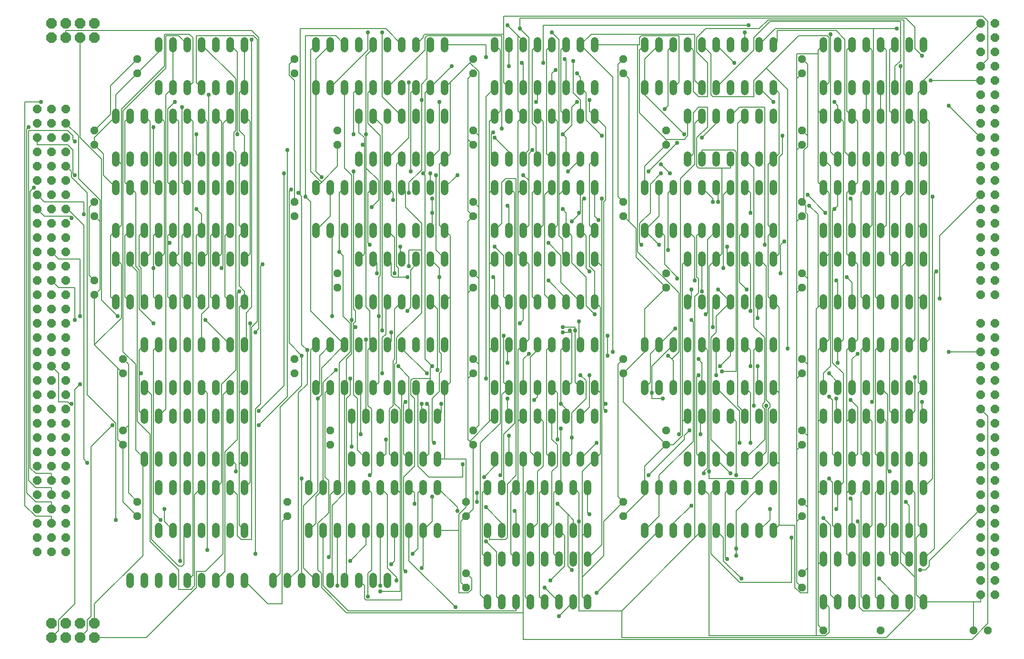
<source format=gbr>
G04 EAGLE Gerber RS-274X export*
G75*
%MOMM*%
%FSLAX34Y34*%
%LPD*%
%INBottom Copper*%
%IPPOS*%
%AMOC8*
5,1,8,0,0,1.08239X$1,22.5*%
G01*
%ADD10P,1.429621X8X112.500000*%
%ADD11C,1.320800*%
%ADD12P,2.034460X8X22.500000*%
%ADD13P,1.649562X8X292.500000*%
%ADD14P,1.649562X8X202.500000*%
%ADD15P,1.429621X8X202.500000*%
%ADD16C,0.152400*%
%ADD17C,0.756400*%


D10*
X152400Y901700D03*
X152400Y927100D03*
X812800Y114300D03*
X812800Y139700D03*
X571500Y368300D03*
X571500Y393700D03*
X508000Y495300D03*
X508000Y520700D03*
X508000Y1028700D03*
X508000Y1054100D03*
X584200Y901700D03*
X584200Y927100D03*
X508000Y774700D03*
X508000Y800100D03*
X584200Y647700D03*
X584200Y673100D03*
X228600Y1028700D03*
X228600Y1054100D03*
X495300Y241300D03*
X495300Y266700D03*
X203200Y368300D03*
X203200Y393700D03*
X825500Y368300D03*
X825500Y393700D03*
X152400Y635000D03*
X152400Y660400D03*
X203200Y495300D03*
X203200Y520700D03*
X825500Y901700D03*
X825500Y927100D03*
X825500Y774700D03*
X825500Y800100D03*
X228600Y241300D03*
X228600Y266700D03*
X1168400Y368300D03*
X1168400Y393700D03*
X1092200Y495300D03*
X1092200Y520700D03*
X152400Y774700D03*
X152400Y800100D03*
X1168400Y647700D03*
X1168400Y673100D03*
X1092200Y774700D03*
X1092200Y800100D03*
X1168400Y901700D03*
X1168400Y927100D03*
X1092200Y1028700D03*
X1092200Y1054100D03*
X1409700Y1028700D03*
X1409700Y1054100D03*
X1409700Y901700D03*
X1409700Y927100D03*
X1409700Y368300D03*
X1409700Y393700D03*
X1409700Y114300D03*
X1409700Y139700D03*
X1409700Y774700D03*
X1409700Y800100D03*
X1409700Y495300D03*
X1409700Y520700D03*
X1092200Y241300D03*
X1092200Y266700D03*
X1409700Y241300D03*
X1409700Y266700D03*
X1409700Y647700D03*
X1409700Y673100D03*
X825500Y1028700D03*
X825500Y1054100D03*
X825500Y647700D03*
X825500Y673100D03*
X825500Y495300D03*
X825500Y520700D03*
X812800Y241300D03*
X812800Y266700D03*
D11*
X241300Y336296D02*
X241300Y349504D01*
X266700Y349504D02*
X266700Y336296D01*
X393700Y336296D02*
X393700Y349504D01*
X419100Y349504D02*
X419100Y336296D01*
X292100Y336296D02*
X292100Y349504D01*
X317500Y349504D02*
X317500Y336296D01*
X368300Y336296D02*
X368300Y349504D01*
X342900Y349504D02*
X342900Y336296D01*
X419100Y412496D02*
X419100Y425704D01*
X393700Y425704D02*
X393700Y412496D01*
X368300Y412496D02*
X368300Y425704D01*
X342900Y425704D02*
X342900Y412496D01*
X317500Y412496D02*
X317500Y425704D01*
X292100Y425704D02*
X292100Y412496D01*
X266700Y412496D02*
X266700Y425704D01*
X241300Y425704D02*
X241300Y412496D01*
X190500Y869696D02*
X190500Y882904D01*
X215900Y882904D02*
X215900Y869696D01*
X342900Y869696D02*
X342900Y882904D01*
X368300Y882904D02*
X368300Y869696D01*
X241300Y869696D02*
X241300Y882904D01*
X266700Y882904D02*
X266700Y869696D01*
X317500Y869696D02*
X317500Y882904D01*
X292100Y882904D02*
X292100Y869696D01*
X393700Y869696D02*
X393700Y882904D01*
X419100Y882904D02*
X419100Y869696D01*
X419100Y945896D02*
X419100Y959104D01*
X393700Y959104D02*
X393700Y945896D01*
X368300Y945896D02*
X368300Y959104D01*
X342900Y959104D02*
X342900Y945896D01*
X317500Y945896D02*
X317500Y959104D01*
X292100Y959104D02*
X292100Y945896D01*
X266700Y945896D02*
X266700Y959104D01*
X241300Y959104D02*
X241300Y945896D01*
X215900Y945896D02*
X215900Y959104D01*
X190500Y959104D02*
X190500Y945896D01*
X1447800Y628904D02*
X1447800Y615696D01*
X1473200Y615696D02*
X1473200Y628904D01*
X1600200Y628904D02*
X1600200Y615696D01*
X1625600Y615696D02*
X1625600Y628904D01*
X1498600Y628904D02*
X1498600Y615696D01*
X1524000Y615696D02*
X1524000Y628904D01*
X1574800Y628904D02*
X1574800Y615696D01*
X1549400Y615696D02*
X1549400Y628904D01*
X1625600Y691896D02*
X1625600Y705104D01*
X1600200Y705104D02*
X1600200Y691896D01*
X1574800Y691896D02*
X1574800Y705104D01*
X1549400Y705104D02*
X1549400Y691896D01*
X1524000Y691896D02*
X1524000Y705104D01*
X1498600Y705104D02*
X1498600Y691896D01*
X1473200Y691896D02*
X1473200Y705104D01*
X1447800Y705104D02*
X1447800Y691896D01*
X1447800Y742696D02*
X1447800Y755904D01*
X1473200Y755904D02*
X1473200Y742696D01*
X1600200Y742696D02*
X1600200Y755904D01*
X1625600Y755904D02*
X1625600Y742696D01*
X1498600Y742696D02*
X1498600Y755904D01*
X1524000Y755904D02*
X1524000Y742696D01*
X1574800Y742696D02*
X1574800Y755904D01*
X1549400Y755904D02*
X1549400Y742696D01*
X1625600Y818896D02*
X1625600Y832104D01*
X1600200Y832104D02*
X1600200Y818896D01*
X1574800Y818896D02*
X1574800Y832104D01*
X1549400Y832104D02*
X1549400Y818896D01*
X1524000Y818896D02*
X1524000Y832104D01*
X1498600Y832104D02*
X1498600Y818896D01*
X1473200Y818896D02*
X1473200Y832104D01*
X1447800Y832104D02*
X1447800Y818896D01*
X1447800Y996696D02*
X1447800Y1009904D01*
X1473200Y1009904D02*
X1473200Y996696D01*
X1600200Y996696D02*
X1600200Y1009904D01*
X1625600Y1009904D02*
X1625600Y996696D01*
X1498600Y996696D02*
X1498600Y1009904D01*
X1524000Y1009904D02*
X1524000Y996696D01*
X1574800Y996696D02*
X1574800Y1009904D01*
X1549400Y1009904D02*
X1549400Y996696D01*
X1625600Y1072896D02*
X1625600Y1086104D01*
X1600200Y1086104D02*
X1600200Y1072896D01*
X1574800Y1072896D02*
X1574800Y1086104D01*
X1549400Y1086104D02*
X1549400Y1072896D01*
X1524000Y1072896D02*
X1524000Y1086104D01*
X1498600Y1086104D02*
X1498600Y1072896D01*
X1473200Y1072896D02*
X1473200Y1086104D01*
X1447800Y1086104D02*
X1447800Y1072896D01*
X1447800Y882904D02*
X1447800Y869696D01*
X1473200Y869696D02*
X1473200Y882904D01*
X1600200Y882904D02*
X1600200Y869696D01*
X1625600Y869696D02*
X1625600Y882904D01*
X1498600Y882904D02*
X1498600Y869696D01*
X1524000Y869696D02*
X1524000Y882904D01*
X1574800Y882904D02*
X1574800Y869696D01*
X1549400Y869696D02*
X1549400Y882904D01*
X1625600Y945896D02*
X1625600Y959104D01*
X1600200Y959104D02*
X1600200Y945896D01*
X1574800Y945896D02*
X1574800Y959104D01*
X1549400Y959104D02*
X1549400Y945896D01*
X1524000Y945896D02*
X1524000Y959104D01*
X1498600Y959104D02*
X1498600Y945896D01*
X1473200Y945896D02*
X1473200Y959104D01*
X1447800Y959104D02*
X1447800Y945896D01*
X1130300Y755904D02*
X1130300Y742696D01*
X1155700Y742696D02*
X1155700Y755904D01*
X1282700Y755904D02*
X1282700Y742696D01*
X1308100Y742696D02*
X1308100Y755904D01*
X1181100Y755904D02*
X1181100Y742696D01*
X1206500Y742696D02*
X1206500Y755904D01*
X1257300Y755904D02*
X1257300Y742696D01*
X1231900Y742696D02*
X1231900Y755904D01*
X1333500Y755904D02*
X1333500Y742696D01*
X1358900Y742696D02*
X1358900Y755904D01*
X1358900Y818896D02*
X1358900Y832104D01*
X1333500Y832104D02*
X1333500Y818896D01*
X1308100Y818896D02*
X1308100Y832104D01*
X1282700Y832104D02*
X1282700Y818896D01*
X1257300Y818896D02*
X1257300Y832104D01*
X1231900Y832104D02*
X1231900Y818896D01*
X1206500Y818896D02*
X1206500Y832104D01*
X1181100Y832104D02*
X1181100Y818896D01*
X1155700Y818896D02*
X1155700Y832104D01*
X1130300Y832104D02*
X1130300Y818896D01*
X241300Y476504D02*
X241300Y463296D01*
X266700Y463296D02*
X266700Y476504D01*
X393700Y476504D02*
X393700Y463296D01*
X419100Y463296D02*
X419100Y476504D01*
X292100Y476504D02*
X292100Y463296D01*
X317500Y463296D02*
X317500Y476504D01*
X368300Y476504D02*
X368300Y463296D01*
X342900Y463296D02*
X342900Y476504D01*
X419100Y539496D02*
X419100Y552704D01*
X393700Y552704D02*
X393700Y539496D01*
X368300Y539496D02*
X368300Y552704D01*
X342900Y552704D02*
X342900Y539496D01*
X317500Y539496D02*
X317500Y552704D01*
X292100Y552704D02*
X292100Y539496D01*
X266700Y539496D02*
X266700Y552704D01*
X241300Y552704D02*
X241300Y539496D01*
X1130300Y996696D02*
X1130300Y1009904D01*
X1155700Y1009904D02*
X1155700Y996696D01*
X1282700Y996696D02*
X1282700Y1009904D01*
X1308100Y1009904D02*
X1308100Y996696D01*
X1181100Y996696D02*
X1181100Y1009904D01*
X1206500Y1009904D02*
X1206500Y996696D01*
X1257300Y996696D02*
X1257300Y1009904D01*
X1231900Y1009904D02*
X1231900Y996696D01*
X1333500Y996696D02*
X1333500Y1009904D01*
X1358900Y1009904D02*
X1358900Y996696D01*
X1358900Y1072896D02*
X1358900Y1086104D01*
X1333500Y1086104D02*
X1333500Y1072896D01*
X1308100Y1072896D02*
X1308100Y1086104D01*
X1282700Y1086104D02*
X1282700Y1072896D01*
X1257300Y1072896D02*
X1257300Y1086104D01*
X1231900Y1086104D02*
X1231900Y1072896D01*
X1206500Y1072896D02*
X1206500Y1086104D01*
X1181100Y1086104D02*
X1181100Y1072896D01*
X1155700Y1072896D02*
X1155700Y1086104D01*
X1130300Y1086104D02*
X1130300Y1072896D01*
X190500Y628904D02*
X190500Y615696D01*
X215900Y615696D02*
X215900Y628904D01*
X342900Y628904D02*
X342900Y615696D01*
X368300Y615696D02*
X368300Y628904D01*
X241300Y628904D02*
X241300Y615696D01*
X266700Y615696D02*
X266700Y628904D01*
X317500Y628904D02*
X317500Y615696D01*
X292100Y615696D02*
X292100Y628904D01*
X393700Y628904D02*
X393700Y615696D01*
X419100Y615696D02*
X419100Y628904D01*
X419100Y691896D02*
X419100Y705104D01*
X393700Y705104D02*
X393700Y691896D01*
X368300Y691896D02*
X368300Y705104D01*
X342900Y705104D02*
X342900Y691896D01*
X317500Y691896D02*
X317500Y705104D01*
X292100Y705104D02*
X292100Y691896D01*
X266700Y691896D02*
X266700Y705104D01*
X241300Y705104D02*
X241300Y691896D01*
X215900Y691896D02*
X215900Y705104D01*
X190500Y705104D02*
X190500Y691896D01*
X863600Y996696D02*
X863600Y1009904D01*
X889000Y1009904D02*
X889000Y996696D01*
X1016000Y996696D02*
X1016000Y1009904D01*
X1041400Y1009904D02*
X1041400Y996696D01*
X914400Y996696D02*
X914400Y1009904D01*
X939800Y1009904D02*
X939800Y996696D01*
X990600Y996696D02*
X990600Y1009904D01*
X965200Y1009904D02*
X965200Y996696D01*
X1041400Y1072896D02*
X1041400Y1086104D01*
X1016000Y1086104D02*
X1016000Y1072896D01*
X990600Y1072896D02*
X990600Y1086104D01*
X965200Y1086104D02*
X965200Y1072896D01*
X939800Y1072896D02*
X939800Y1086104D01*
X914400Y1086104D02*
X914400Y1072896D01*
X889000Y1072896D02*
X889000Y1086104D01*
X863600Y1086104D02*
X863600Y1072896D01*
X863600Y882904D02*
X863600Y869696D01*
X889000Y869696D02*
X889000Y882904D01*
X1016000Y882904D02*
X1016000Y869696D01*
X1041400Y869696D02*
X1041400Y882904D01*
X914400Y882904D02*
X914400Y869696D01*
X939800Y869696D02*
X939800Y882904D01*
X990600Y882904D02*
X990600Y869696D01*
X965200Y869696D02*
X965200Y882904D01*
X1041400Y945896D02*
X1041400Y959104D01*
X1016000Y959104D02*
X1016000Y945896D01*
X990600Y945896D02*
X990600Y959104D01*
X965200Y959104D02*
X965200Y945896D01*
X939800Y945896D02*
X939800Y959104D01*
X914400Y959104D02*
X914400Y945896D01*
X889000Y945896D02*
X889000Y959104D01*
X863600Y959104D02*
X863600Y945896D01*
X863600Y755904D02*
X863600Y742696D01*
X889000Y742696D02*
X889000Y755904D01*
X1016000Y755904D02*
X1016000Y742696D01*
X1041400Y742696D02*
X1041400Y755904D01*
X914400Y755904D02*
X914400Y742696D01*
X939800Y742696D02*
X939800Y755904D01*
X990600Y755904D02*
X990600Y742696D01*
X965200Y742696D02*
X965200Y755904D01*
X1041400Y818896D02*
X1041400Y832104D01*
X1016000Y832104D02*
X1016000Y818896D01*
X990600Y818896D02*
X990600Y832104D01*
X965200Y832104D02*
X965200Y818896D01*
X939800Y818896D02*
X939800Y832104D01*
X914400Y832104D02*
X914400Y818896D01*
X889000Y818896D02*
X889000Y832104D01*
X863600Y832104D02*
X863600Y818896D01*
X863600Y628904D02*
X863600Y615696D01*
X889000Y615696D02*
X889000Y628904D01*
X1016000Y628904D02*
X1016000Y615696D01*
X1041400Y615696D02*
X1041400Y628904D01*
X914400Y628904D02*
X914400Y615696D01*
X939800Y615696D02*
X939800Y628904D01*
X990600Y628904D02*
X990600Y615696D01*
X965200Y615696D02*
X965200Y628904D01*
X1041400Y691896D02*
X1041400Y705104D01*
X1016000Y705104D02*
X1016000Y691896D01*
X990600Y691896D02*
X990600Y705104D01*
X965200Y705104D02*
X965200Y691896D01*
X939800Y691896D02*
X939800Y705104D01*
X914400Y705104D02*
X914400Y691896D01*
X889000Y691896D02*
X889000Y705104D01*
X863600Y705104D02*
X863600Y691896D01*
X546100Y996696D02*
X546100Y1009904D01*
X571500Y1009904D02*
X571500Y996696D01*
X698500Y996696D02*
X698500Y1009904D01*
X723900Y1009904D02*
X723900Y996696D01*
X596900Y996696D02*
X596900Y1009904D01*
X622300Y1009904D02*
X622300Y996696D01*
X673100Y996696D02*
X673100Y1009904D01*
X647700Y1009904D02*
X647700Y996696D01*
X749300Y996696D02*
X749300Y1009904D01*
X774700Y1009904D02*
X774700Y996696D01*
X774700Y1072896D02*
X774700Y1086104D01*
X749300Y1086104D02*
X749300Y1072896D01*
X723900Y1072896D02*
X723900Y1086104D01*
X698500Y1086104D02*
X698500Y1072896D01*
X673100Y1072896D02*
X673100Y1086104D01*
X647700Y1086104D02*
X647700Y1072896D01*
X622300Y1072896D02*
X622300Y1086104D01*
X596900Y1086104D02*
X596900Y1072896D01*
X571500Y1072896D02*
X571500Y1086104D01*
X546100Y1086104D02*
X546100Y1072896D01*
X546100Y755904D02*
X546100Y742696D01*
X571500Y742696D02*
X571500Y755904D01*
X698500Y755904D02*
X698500Y742696D01*
X723900Y742696D02*
X723900Y755904D01*
X596900Y755904D02*
X596900Y742696D01*
X622300Y742696D02*
X622300Y755904D01*
X673100Y755904D02*
X673100Y742696D01*
X647700Y742696D02*
X647700Y755904D01*
X749300Y755904D02*
X749300Y742696D01*
X774700Y742696D02*
X774700Y755904D01*
X774700Y818896D02*
X774700Y832104D01*
X749300Y832104D02*
X749300Y818896D01*
X723900Y818896D02*
X723900Y832104D01*
X698500Y832104D02*
X698500Y818896D01*
X673100Y818896D02*
X673100Y832104D01*
X647700Y832104D02*
X647700Y818896D01*
X622300Y818896D02*
X622300Y832104D01*
X596900Y832104D02*
X596900Y818896D01*
X571500Y818896D02*
X571500Y832104D01*
X546100Y832104D02*
X546100Y818896D01*
X1447800Y95504D02*
X1447800Y82296D01*
X1473200Y82296D02*
X1473200Y95504D01*
X1600200Y95504D02*
X1600200Y82296D01*
X1625600Y82296D02*
X1625600Y95504D01*
X1498600Y95504D02*
X1498600Y82296D01*
X1524000Y82296D02*
X1524000Y95504D01*
X1574800Y95504D02*
X1574800Y82296D01*
X1549400Y82296D02*
X1549400Y95504D01*
X1625600Y158496D02*
X1625600Y171704D01*
X1600200Y171704D02*
X1600200Y158496D01*
X1574800Y158496D02*
X1574800Y171704D01*
X1549400Y171704D02*
X1549400Y158496D01*
X1524000Y158496D02*
X1524000Y171704D01*
X1498600Y171704D02*
X1498600Y158496D01*
X1473200Y158496D02*
X1473200Y171704D01*
X1447800Y171704D02*
X1447800Y158496D01*
X863600Y463296D02*
X863600Y476504D01*
X889000Y476504D02*
X889000Y463296D01*
X1016000Y463296D02*
X1016000Y476504D01*
X1041400Y476504D02*
X1041400Y463296D01*
X914400Y463296D02*
X914400Y476504D01*
X939800Y476504D02*
X939800Y463296D01*
X990600Y463296D02*
X990600Y476504D01*
X965200Y476504D02*
X965200Y463296D01*
X1041400Y539496D02*
X1041400Y552704D01*
X1016000Y552704D02*
X1016000Y539496D01*
X990600Y539496D02*
X990600Y552704D01*
X965200Y552704D02*
X965200Y539496D01*
X939800Y539496D02*
X939800Y552704D01*
X914400Y552704D02*
X914400Y539496D01*
X889000Y539496D02*
X889000Y552704D01*
X863600Y552704D02*
X863600Y539496D01*
X863600Y349504D02*
X863600Y336296D01*
X889000Y336296D02*
X889000Y349504D01*
X1016000Y349504D02*
X1016000Y336296D01*
X1041400Y336296D02*
X1041400Y349504D01*
X914400Y349504D02*
X914400Y336296D01*
X939800Y336296D02*
X939800Y349504D01*
X990600Y349504D02*
X990600Y336296D01*
X965200Y336296D02*
X965200Y349504D01*
X1041400Y412496D02*
X1041400Y425704D01*
X1016000Y425704D02*
X1016000Y412496D01*
X990600Y412496D02*
X990600Y425704D01*
X965200Y425704D02*
X965200Y412496D01*
X939800Y412496D02*
X939800Y425704D01*
X914400Y425704D02*
X914400Y412496D01*
X889000Y412496D02*
X889000Y425704D01*
X863600Y425704D02*
X863600Y412496D01*
X850900Y222504D02*
X850900Y209296D01*
X876300Y209296D02*
X876300Y222504D01*
X1003300Y222504D02*
X1003300Y209296D01*
X1028700Y209296D02*
X1028700Y222504D01*
X901700Y222504D02*
X901700Y209296D01*
X927100Y209296D02*
X927100Y222504D01*
X977900Y222504D02*
X977900Y209296D01*
X952500Y209296D02*
X952500Y222504D01*
X1028700Y285496D02*
X1028700Y298704D01*
X1003300Y298704D02*
X1003300Y285496D01*
X977900Y285496D02*
X977900Y298704D01*
X952500Y298704D02*
X952500Y285496D01*
X927100Y285496D02*
X927100Y298704D01*
X901700Y298704D02*
X901700Y285496D01*
X876300Y285496D02*
X876300Y298704D01*
X850900Y298704D02*
X850900Y285496D01*
X850900Y95504D02*
X850900Y82296D01*
X876300Y82296D02*
X876300Y95504D01*
X1003300Y95504D02*
X1003300Y82296D01*
X1028700Y82296D02*
X1028700Y95504D01*
X901700Y95504D02*
X901700Y82296D01*
X927100Y82296D02*
X927100Y95504D01*
X977900Y95504D02*
X977900Y82296D01*
X952500Y82296D02*
X952500Y95504D01*
X1028700Y158496D02*
X1028700Y171704D01*
X1003300Y171704D02*
X1003300Y158496D01*
X977900Y158496D02*
X977900Y171704D01*
X952500Y171704D02*
X952500Y158496D01*
X927100Y158496D02*
X927100Y171704D01*
X901700Y171704D02*
X901700Y158496D01*
X876300Y158496D02*
X876300Y171704D01*
X850900Y171704D02*
X850900Y158496D01*
X190500Y742696D02*
X190500Y755904D01*
X215900Y755904D02*
X215900Y742696D01*
X342900Y742696D02*
X342900Y755904D01*
X368300Y755904D02*
X368300Y742696D01*
X241300Y742696D02*
X241300Y755904D01*
X266700Y755904D02*
X266700Y742696D01*
X317500Y742696D02*
X317500Y755904D01*
X292100Y755904D02*
X292100Y742696D01*
X393700Y742696D02*
X393700Y755904D01*
X419100Y755904D02*
X419100Y742696D01*
X419100Y818896D02*
X419100Y832104D01*
X393700Y832104D02*
X393700Y818896D01*
X368300Y818896D02*
X368300Y832104D01*
X342900Y832104D02*
X342900Y818896D01*
X317500Y818896D02*
X317500Y832104D01*
X292100Y832104D02*
X292100Y818896D01*
X266700Y818896D02*
X266700Y832104D01*
X241300Y832104D02*
X241300Y818896D01*
X215900Y818896D02*
X215900Y832104D01*
X190500Y832104D02*
X190500Y818896D01*
X546100Y476504D02*
X546100Y463296D01*
X571500Y463296D02*
X571500Y476504D01*
X698500Y476504D02*
X698500Y463296D01*
X723900Y463296D02*
X723900Y476504D01*
X596900Y476504D02*
X596900Y463296D01*
X622300Y463296D02*
X622300Y476504D01*
X673100Y476504D02*
X673100Y463296D01*
X647700Y463296D02*
X647700Y476504D01*
X749300Y476504D02*
X749300Y463296D01*
X774700Y463296D02*
X774700Y476504D01*
X774700Y539496D02*
X774700Y552704D01*
X749300Y552704D02*
X749300Y539496D01*
X723900Y539496D02*
X723900Y552704D01*
X698500Y552704D02*
X698500Y539496D01*
X673100Y539496D02*
X673100Y552704D01*
X647700Y552704D02*
X647700Y539496D01*
X622300Y539496D02*
X622300Y552704D01*
X596900Y552704D02*
X596900Y539496D01*
X571500Y539496D02*
X571500Y552704D01*
X546100Y552704D02*
X546100Y539496D01*
X533400Y222504D02*
X533400Y209296D01*
X558800Y209296D02*
X558800Y222504D01*
X685800Y222504D02*
X685800Y209296D01*
X711200Y209296D02*
X711200Y222504D01*
X584200Y222504D02*
X584200Y209296D01*
X609600Y209296D02*
X609600Y222504D01*
X660400Y222504D02*
X660400Y209296D01*
X635000Y209296D02*
X635000Y222504D01*
X736600Y222504D02*
X736600Y209296D01*
X762000Y209296D02*
X762000Y222504D01*
X762000Y285496D02*
X762000Y298704D01*
X736600Y298704D02*
X736600Y285496D01*
X711200Y285496D02*
X711200Y298704D01*
X685800Y298704D02*
X685800Y285496D01*
X660400Y285496D02*
X660400Y298704D01*
X635000Y298704D02*
X635000Y285496D01*
X609600Y285496D02*
X609600Y298704D01*
X584200Y298704D02*
X584200Y285496D01*
X558800Y285496D02*
X558800Y298704D01*
X533400Y298704D02*
X533400Y285496D01*
X1447800Y222504D02*
X1447800Y209296D01*
X1473200Y209296D02*
X1473200Y222504D01*
X1600200Y222504D02*
X1600200Y209296D01*
X1625600Y209296D02*
X1625600Y222504D01*
X1498600Y222504D02*
X1498600Y209296D01*
X1524000Y209296D02*
X1524000Y222504D01*
X1574800Y222504D02*
X1574800Y209296D01*
X1549400Y209296D02*
X1549400Y222504D01*
X1625600Y285496D02*
X1625600Y298704D01*
X1600200Y298704D02*
X1600200Y285496D01*
X1574800Y285496D02*
X1574800Y298704D01*
X1549400Y298704D02*
X1549400Y285496D01*
X1524000Y285496D02*
X1524000Y298704D01*
X1498600Y298704D02*
X1498600Y285496D01*
X1473200Y285496D02*
X1473200Y298704D01*
X1447800Y298704D02*
X1447800Y285496D01*
X1447800Y336296D02*
X1447800Y349504D01*
X1473200Y349504D02*
X1473200Y336296D01*
X1600200Y336296D02*
X1600200Y349504D01*
X1625600Y349504D02*
X1625600Y336296D01*
X1498600Y336296D02*
X1498600Y349504D01*
X1524000Y349504D02*
X1524000Y336296D01*
X1574800Y336296D02*
X1574800Y349504D01*
X1549400Y349504D02*
X1549400Y336296D01*
X1625600Y412496D02*
X1625600Y425704D01*
X1600200Y425704D02*
X1600200Y412496D01*
X1574800Y412496D02*
X1574800Y425704D01*
X1549400Y425704D02*
X1549400Y412496D01*
X1524000Y412496D02*
X1524000Y425704D01*
X1498600Y425704D02*
X1498600Y412496D01*
X1473200Y412496D02*
X1473200Y425704D01*
X1447800Y425704D02*
X1447800Y412496D01*
X1447800Y463296D02*
X1447800Y476504D01*
X1473200Y476504D02*
X1473200Y463296D01*
X1600200Y463296D02*
X1600200Y476504D01*
X1625600Y476504D02*
X1625600Y463296D01*
X1498600Y463296D02*
X1498600Y476504D01*
X1524000Y476504D02*
X1524000Y463296D01*
X1574800Y463296D02*
X1574800Y476504D01*
X1549400Y476504D02*
X1549400Y463296D01*
X1625600Y539496D02*
X1625600Y552704D01*
X1600200Y552704D02*
X1600200Y539496D01*
X1574800Y539496D02*
X1574800Y552704D01*
X1549400Y552704D02*
X1549400Y539496D01*
X1524000Y539496D02*
X1524000Y552704D01*
X1498600Y552704D02*
X1498600Y539496D01*
X1473200Y539496D02*
X1473200Y552704D01*
X1447800Y552704D02*
X1447800Y539496D01*
X1130300Y222504D02*
X1130300Y209296D01*
X1155700Y209296D02*
X1155700Y222504D01*
X1282700Y222504D02*
X1282700Y209296D01*
X1308100Y209296D02*
X1308100Y222504D01*
X1181100Y222504D02*
X1181100Y209296D01*
X1206500Y209296D02*
X1206500Y222504D01*
X1257300Y222504D02*
X1257300Y209296D01*
X1231900Y209296D02*
X1231900Y222504D01*
X1333500Y222504D02*
X1333500Y209296D01*
X1358900Y209296D02*
X1358900Y222504D01*
X1358900Y285496D02*
X1358900Y298704D01*
X1333500Y298704D02*
X1333500Y285496D01*
X1308100Y285496D02*
X1308100Y298704D01*
X1282700Y298704D02*
X1282700Y285496D01*
X1257300Y285496D02*
X1257300Y298704D01*
X1231900Y298704D02*
X1231900Y285496D01*
X1206500Y285496D02*
X1206500Y298704D01*
X1181100Y298704D02*
X1181100Y285496D01*
X1155700Y285496D02*
X1155700Y298704D01*
X1130300Y298704D02*
X1130300Y285496D01*
X1130300Y463296D02*
X1130300Y476504D01*
X1155700Y476504D02*
X1155700Y463296D01*
X1282700Y463296D02*
X1282700Y476504D01*
X1308100Y476504D02*
X1308100Y463296D01*
X1181100Y463296D02*
X1181100Y476504D01*
X1206500Y476504D02*
X1206500Y463296D01*
X1257300Y463296D02*
X1257300Y476504D01*
X1231900Y476504D02*
X1231900Y463296D01*
X1333500Y463296D02*
X1333500Y476504D01*
X1358900Y476504D02*
X1358900Y463296D01*
X1358900Y539496D02*
X1358900Y552704D01*
X1333500Y552704D02*
X1333500Y539496D01*
X1308100Y539496D02*
X1308100Y552704D01*
X1282700Y552704D02*
X1282700Y539496D01*
X1257300Y539496D02*
X1257300Y552704D01*
X1231900Y552704D02*
X1231900Y539496D01*
X1206500Y539496D02*
X1206500Y552704D01*
X1181100Y552704D02*
X1181100Y539496D01*
X1155700Y539496D02*
X1155700Y552704D01*
X1130300Y552704D02*
X1130300Y539496D01*
D12*
X76200Y25400D03*
X76200Y50800D03*
X101600Y25400D03*
X101600Y50800D03*
X127000Y25400D03*
X127000Y50800D03*
X152400Y25400D03*
X152400Y50800D03*
X76200Y1092200D03*
X76200Y1117600D03*
X101600Y1092200D03*
X101600Y1117600D03*
X127000Y1092200D03*
X127000Y1117600D03*
X152400Y1092200D03*
X152400Y1117600D03*
D13*
X1727200Y1117600D03*
X1752600Y1117600D03*
X1727200Y1092200D03*
X1752600Y1092200D03*
X1727200Y1066800D03*
X1752600Y1066800D03*
X1727200Y1041400D03*
X1752600Y1041400D03*
X1727200Y1016000D03*
X1752600Y1016000D03*
X1727200Y990600D03*
X1752600Y990600D03*
X1727200Y965200D03*
X1752600Y965200D03*
X1727200Y939800D03*
X1752600Y939800D03*
X1727200Y914400D03*
X1752600Y914400D03*
X1727200Y889000D03*
X1752600Y889000D03*
X1727200Y863600D03*
X1752600Y863600D03*
X1727200Y838200D03*
X1752600Y838200D03*
X1727200Y812800D03*
X1752600Y812800D03*
X1727200Y787400D03*
X1752600Y787400D03*
X1727200Y762000D03*
X1752600Y762000D03*
X1727200Y736600D03*
X1752600Y736600D03*
X1727200Y711200D03*
X1752600Y711200D03*
X1727200Y685800D03*
X1752600Y685800D03*
X1727200Y660400D03*
X1752600Y660400D03*
X1727200Y635000D03*
X1752600Y635000D03*
X1727200Y584200D03*
X1752600Y584200D03*
X1727200Y558800D03*
X1752600Y558800D03*
X1727200Y533400D03*
X1752600Y533400D03*
X1727200Y508000D03*
X1752600Y508000D03*
X1727200Y482600D03*
X1752600Y482600D03*
X1727200Y457200D03*
X1752600Y457200D03*
X1727200Y431800D03*
X1752600Y431800D03*
X1727200Y406400D03*
X1752600Y406400D03*
X1727200Y381000D03*
X1752600Y381000D03*
X1727200Y355600D03*
X1752600Y355600D03*
X1727200Y330200D03*
X1752600Y330200D03*
X1727200Y304800D03*
X1752600Y304800D03*
X1727200Y279400D03*
X1752600Y279400D03*
X1727200Y254000D03*
X1752600Y254000D03*
X1727200Y228600D03*
X1752600Y228600D03*
X1727200Y203200D03*
X1752600Y203200D03*
X1727200Y177800D03*
X1752600Y177800D03*
X1727200Y152400D03*
X1752600Y152400D03*
X1727200Y127000D03*
X1752600Y127000D03*
X1727200Y101600D03*
X1752600Y101600D03*
D11*
X673100Y120396D02*
X673100Y133604D01*
X647700Y133604D02*
X647700Y120396D01*
X622300Y120396D02*
X622300Y133604D01*
X596900Y133604D02*
X596900Y120396D01*
X571500Y120396D02*
X571500Y133604D01*
X546100Y133604D02*
X546100Y120396D01*
X520700Y120396D02*
X520700Y133604D01*
X495300Y133604D02*
X495300Y120396D01*
X469900Y120396D02*
X469900Y133604D01*
X419100Y133604D02*
X419100Y120396D01*
X393700Y120396D02*
X393700Y133604D01*
X368300Y133604D02*
X368300Y120396D01*
X342900Y120396D02*
X342900Y133604D01*
X317500Y133604D02*
X317500Y120396D01*
X292100Y120396D02*
X292100Y133604D01*
X266700Y133604D02*
X266700Y120396D01*
X241300Y120396D02*
X241300Y133604D01*
X215900Y133604D02*
X215900Y120396D01*
D14*
X50800Y177800D03*
X50800Y203200D03*
X50800Y228600D03*
X50800Y254000D03*
X50800Y279400D03*
X50800Y304800D03*
X50800Y330200D03*
X50800Y355600D03*
X50800Y381000D03*
X50800Y406400D03*
X50800Y431800D03*
X50800Y457200D03*
X50800Y482600D03*
X50800Y508000D03*
X50800Y533400D03*
X50800Y558800D03*
X76200Y177800D03*
X76200Y203200D03*
X76200Y228600D03*
X76200Y254000D03*
X76200Y279400D03*
X76200Y304800D03*
X76200Y330200D03*
X76200Y355600D03*
X76200Y381000D03*
X76200Y406400D03*
X76200Y431800D03*
X76200Y457200D03*
X76200Y482600D03*
X76200Y508000D03*
X76200Y533400D03*
X76200Y558800D03*
X101600Y177800D03*
X101600Y203200D03*
X101600Y228600D03*
X101600Y254000D03*
X101600Y279400D03*
X101600Y304800D03*
X101600Y330200D03*
X101600Y355600D03*
X101600Y381000D03*
X101600Y406400D03*
X101600Y431800D03*
X101600Y457200D03*
X101600Y482600D03*
X101600Y508000D03*
X101600Y533400D03*
X101600Y558800D03*
X50800Y584200D03*
X50800Y609600D03*
X50800Y635000D03*
X50800Y660400D03*
X50800Y685800D03*
X50800Y711200D03*
X50800Y736600D03*
X50800Y762000D03*
X50800Y787400D03*
X50800Y812800D03*
X50800Y838200D03*
X50800Y863600D03*
X50800Y889000D03*
X50800Y914400D03*
X50800Y939800D03*
X50800Y965200D03*
X76200Y584200D03*
X76200Y609600D03*
X76200Y635000D03*
X76200Y660400D03*
X76200Y685800D03*
X76200Y711200D03*
X76200Y736600D03*
X76200Y762000D03*
X76200Y787400D03*
X76200Y812800D03*
X76200Y838200D03*
X76200Y863600D03*
X76200Y889000D03*
X76200Y914400D03*
X76200Y939800D03*
X76200Y965200D03*
X101600Y584200D03*
X101600Y609600D03*
X101600Y635000D03*
X101600Y660400D03*
X101600Y685800D03*
X101600Y711200D03*
X101600Y736600D03*
X101600Y762000D03*
X101600Y787400D03*
X101600Y812800D03*
X101600Y838200D03*
X101600Y863600D03*
X101600Y889000D03*
X101600Y914400D03*
X101600Y939800D03*
X101600Y965200D03*
D15*
X1739900Y38100D03*
X1714500Y38100D03*
X1549400Y38100D03*
X1447800Y38100D03*
D11*
X266700Y209296D02*
X266700Y222504D01*
X292100Y222504D02*
X292100Y209296D01*
X419100Y209296D02*
X419100Y222504D01*
X419100Y285496D02*
X419100Y298704D01*
X317500Y222504D02*
X317500Y209296D01*
X342900Y209296D02*
X342900Y222504D01*
X393700Y222504D02*
X393700Y209296D01*
X368300Y209296D02*
X368300Y222504D01*
X393700Y285496D02*
X393700Y298704D01*
X368300Y298704D02*
X368300Y285496D01*
X342900Y285496D02*
X342900Y298704D01*
X317500Y298704D02*
X317500Y285496D01*
X292100Y285496D02*
X292100Y298704D01*
X266700Y298704D02*
X266700Y285496D01*
X609600Y336296D02*
X609600Y349504D01*
X635000Y349504D02*
X635000Y336296D01*
X762000Y336296D02*
X762000Y349504D01*
X762000Y412496D02*
X762000Y425704D01*
X660400Y349504D02*
X660400Y336296D01*
X685800Y336296D02*
X685800Y349504D01*
X736600Y349504D02*
X736600Y336296D01*
X711200Y336296D02*
X711200Y349504D01*
X736600Y412496D02*
X736600Y425704D01*
X711200Y425704D02*
X711200Y412496D01*
X685800Y412496D02*
X685800Y425704D01*
X660400Y425704D02*
X660400Y412496D01*
X635000Y412496D02*
X635000Y425704D01*
X609600Y425704D02*
X609600Y412496D01*
X622300Y615696D02*
X622300Y628904D01*
X647700Y628904D02*
X647700Y615696D01*
X774700Y615696D02*
X774700Y628904D01*
X774700Y691896D02*
X774700Y705104D01*
X673100Y628904D02*
X673100Y615696D01*
X698500Y615696D02*
X698500Y628904D01*
X749300Y628904D02*
X749300Y615696D01*
X723900Y615696D02*
X723900Y628904D01*
X749300Y691896D02*
X749300Y705104D01*
X723900Y705104D02*
X723900Y691896D01*
X698500Y691896D02*
X698500Y705104D01*
X673100Y705104D02*
X673100Y691896D01*
X647700Y691896D02*
X647700Y705104D01*
X622300Y705104D02*
X622300Y691896D01*
X622300Y869696D02*
X622300Y882904D01*
X647700Y882904D02*
X647700Y869696D01*
X774700Y869696D02*
X774700Y882904D01*
X774700Y945896D02*
X774700Y959104D01*
X673100Y882904D02*
X673100Y869696D01*
X698500Y869696D02*
X698500Y882904D01*
X749300Y882904D02*
X749300Y869696D01*
X723900Y869696D02*
X723900Y882904D01*
X749300Y945896D02*
X749300Y959104D01*
X723900Y959104D02*
X723900Y945896D01*
X698500Y945896D02*
X698500Y959104D01*
X673100Y959104D02*
X673100Y945896D01*
X647700Y945896D02*
X647700Y959104D01*
X622300Y959104D02*
X622300Y945896D01*
X1206500Y349504D02*
X1206500Y336296D01*
X1231900Y336296D02*
X1231900Y349504D01*
X1358900Y349504D02*
X1358900Y336296D01*
X1358900Y412496D02*
X1358900Y425704D01*
X1257300Y349504D02*
X1257300Y336296D01*
X1282700Y336296D02*
X1282700Y349504D01*
X1333500Y349504D02*
X1333500Y336296D01*
X1308100Y336296D02*
X1308100Y349504D01*
X1333500Y412496D02*
X1333500Y425704D01*
X1308100Y425704D02*
X1308100Y412496D01*
X1282700Y412496D02*
X1282700Y425704D01*
X1257300Y425704D02*
X1257300Y412496D01*
X1231900Y412496D02*
X1231900Y425704D01*
X1206500Y425704D02*
X1206500Y412496D01*
X1206500Y615696D02*
X1206500Y628904D01*
X1231900Y628904D02*
X1231900Y615696D01*
X1358900Y615696D02*
X1358900Y628904D01*
X1358900Y691896D02*
X1358900Y705104D01*
X1257300Y628904D02*
X1257300Y615696D01*
X1282700Y615696D02*
X1282700Y628904D01*
X1333500Y628904D02*
X1333500Y615696D01*
X1308100Y615696D02*
X1308100Y628904D01*
X1333500Y691896D02*
X1333500Y705104D01*
X1308100Y705104D02*
X1308100Y691896D01*
X1282700Y691896D02*
X1282700Y705104D01*
X1257300Y705104D02*
X1257300Y691896D01*
X1231900Y691896D02*
X1231900Y705104D01*
X1206500Y705104D02*
X1206500Y691896D01*
X1206500Y869696D02*
X1206500Y882904D01*
X1231900Y882904D02*
X1231900Y869696D01*
X1358900Y869696D02*
X1358900Y882904D01*
X1358900Y945896D02*
X1358900Y959104D01*
X1257300Y882904D02*
X1257300Y869696D01*
X1282700Y869696D02*
X1282700Y882904D01*
X1333500Y882904D02*
X1333500Y869696D01*
X1308100Y869696D02*
X1308100Y882904D01*
X1333500Y945896D02*
X1333500Y959104D01*
X1308100Y959104D02*
X1308100Y945896D01*
X1282700Y945896D02*
X1282700Y959104D01*
X1257300Y959104D02*
X1257300Y945896D01*
X1231900Y945896D02*
X1231900Y959104D01*
X1206500Y959104D02*
X1206500Y945896D01*
X266700Y996696D02*
X266700Y1009904D01*
X292100Y1009904D02*
X292100Y996696D01*
X419100Y996696D02*
X419100Y1009904D01*
X419100Y1072896D02*
X419100Y1086104D01*
X317500Y1009904D02*
X317500Y996696D01*
X342900Y996696D02*
X342900Y1009904D01*
X393700Y1009904D02*
X393700Y996696D01*
X368300Y996696D02*
X368300Y1009904D01*
X393700Y1072896D02*
X393700Y1086104D01*
X368300Y1086104D02*
X368300Y1072896D01*
X342900Y1072896D02*
X342900Y1086104D01*
X317500Y1086104D02*
X317500Y1072896D01*
X292100Y1072896D02*
X292100Y1086104D01*
X266700Y1086104D02*
X266700Y1072896D01*
D16*
X180975Y955675D02*
X152400Y927100D01*
X180975Y955675D02*
X180975Y1006475D01*
X228600Y1054100D01*
X419100Y1079500D02*
X419100Y1003300D01*
X508000Y1016000D02*
X508000Y800100D01*
X508000Y1016000D02*
X498475Y1025525D01*
X498475Y1044575D01*
X508000Y1054100D01*
X409575Y758825D02*
X419100Y749300D01*
X409575Y758825D02*
X409575Y866775D01*
X419100Y876300D01*
X152400Y660400D02*
X142875Y669925D01*
X142875Y790575D01*
X152400Y800100D01*
X409575Y225425D02*
X419100Y215900D01*
X409575Y225425D02*
X409575Y333375D01*
X419100Y342900D01*
X409575Y460375D02*
X419100Y469900D01*
X409575Y460375D02*
X409575Y333375D01*
X409575Y612775D02*
X419100Y622300D01*
X409575Y612775D02*
X409575Y460375D01*
X409575Y739775D02*
X419100Y749300D01*
X409575Y739775D02*
X409575Y650875D01*
X419100Y641350D01*
X419100Y622300D01*
X409575Y993775D02*
X419100Y1003300D01*
X409575Y993775D02*
X409575Y927100D01*
X419100Y917575D01*
X419100Y876300D01*
X1714500Y88900D02*
X1727200Y88900D01*
X1714500Y88900D02*
X1625600Y88900D01*
X1727200Y88900D02*
X1727200Y101600D01*
X1714500Y88900D02*
X1714500Y38100D01*
X1625600Y215900D02*
X1616075Y225425D01*
X1616075Y333375D01*
X1625600Y342900D01*
X1616075Y460375D02*
X1625600Y469900D01*
X1616075Y460375D02*
X1616075Y333375D01*
X1612900Y101600D02*
X1625600Y88900D01*
X1612900Y101600D02*
X1612900Y203200D01*
X1625600Y215900D01*
X1625600Y749300D02*
X1616075Y758825D01*
X1616075Y866775D01*
X1625600Y876300D01*
X1616075Y993775D02*
X1625600Y1003300D01*
X1616075Y993775D02*
X1616075Y866775D01*
X1625600Y1016000D02*
X1727200Y1117600D01*
X1625600Y1016000D02*
X1625600Y1003300D01*
X1616075Y631825D02*
X1625600Y622300D01*
X1616075Y631825D02*
X1616075Y758825D01*
X1616075Y479425D02*
X1625600Y469900D01*
X1616075Y479425D02*
X1616075Y631825D01*
X800100Y215900D02*
X762000Y215900D01*
X800100Y215900D02*
X800100Y244475D01*
X812800Y257175D01*
X812800Y266700D01*
X812800Y342900D02*
X774700Y342900D01*
X762000Y342900D01*
X812800Y342900D02*
X812800Y266700D01*
X774700Y342900D02*
X774700Y469900D01*
X812800Y139700D02*
X822325Y130175D01*
X822325Y111125D01*
X815975Y104775D01*
X800100Y104775D01*
X800100Y215900D01*
X774700Y622300D02*
X784225Y631825D01*
X784225Y739775D01*
X774700Y749300D01*
X765175Y866775D02*
X774700Y876300D01*
X765175Y866775D02*
X765175Y758825D01*
X774700Y749300D01*
X819150Y1047750D02*
X825500Y1054100D01*
X819150Y1047750D02*
X784225Y1012825D01*
X774700Y1003300D01*
X784225Y885825D02*
X774700Y876300D01*
X784225Y885825D02*
X784225Y1012825D01*
X784225Y479425D02*
X774700Y469900D01*
X784225Y479425D02*
X784225Y631825D01*
X1349375Y758825D02*
X1358900Y749300D01*
X1349375Y758825D02*
X1349375Y866775D01*
X1358900Y876300D01*
X1368425Y993775D02*
X1358900Y1003300D01*
X1368425Y993775D02*
X1368425Y885825D01*
X1358900Y876300D01*
X1368425Y225425D02*
X1358900Y215900D01*
X1368425Y225425D02*
X1368425Y333375D01*
X1358900Y342900D01*
X1368425Y460375D02*
X1358900Y469900D01*
X1368425Y460375D02*
X1368425Y333375D01*
X1368425Y612775D02*
X1358900Y622300D01*
X1368425Y612775D02*
X1368425Y460375D01*
X1349375Y739775D02*
X1358900Y749300D01*
X1349375Y739775D02*
X1349375Y631825D01*
X1358900Y622300D01*
X1409700Y800100D02*
X1412875Y803275D01*
X1412875Y892175D01*
X1419225Y898525D01*
X1419225Y917575D01*
X1409700Y927100D01*
X1419225Y1044575D02*
X1409700Y1054100D01*
X1419225Y1044575D02*
X1419225Y917575D01*
X1419225Y149225D02*
X1409700Y139700D01*
X1419225Y149225D02*
X1419225Y257175D01*
X1409700Y266700D01*
X1419225Y384175D02*
X1409700Y393700D01*
X1419225Y384175D02*
X1419225Y257175D01*
X1419225Y511175D02*
X1409700Y520700D01*
X1419225Y511175D02*
X1419225Y384175D01*
X1419225Y663575D02*
X1409700Y673100D01*
X1419225Y663575D02*
X1419225Y511175D01*
X1416050Y793750D02*
X1409700Y800100D01*
X1416050Y793750D02*
X1416050Y781050D01*
X1419225Y777875D01*
X1419225Y663575D01*
X1397000Y225425D02*
X1368425Y225425D01*
X1397000Y225425D02*
X1397000Y114300D01*
X1406525Y104775D01*
X1419225Y104775D01*
X1419225Y149225D01*
X1041400Y749300D02*
X1031875Y758825D01*
X1031875Y866775D01*
X1041400Y876300D01*
X1019175Y98425D02*
X1028700Y88900D01*
X1019175Y133350D02*
X1019175Y206375D01*
X1019175Y133350D02*
X1019175Y98425D01*
X1019175Y206375D02*
X1028700Y215900D01*
X1019175Y320675D02*
X1041400Y342900D01*
X1019175Y320675D02*
X1019175Y206375D01*
X1050925Y460375D02*
X1041400Y469900D01*
X1050925Y460375D02*
X1050925Y352425D01*
X1041400Y342900D01*
X1092200Y266700D02*
X1057275Y231775D01*
X1057275Y171450D01*
X1019175Y133350D01*
X1050925Y612775D02*
X1041400Y622300D01*
X1050925Y612775D02*
X1050925Y460375D01*
X1031875Y739775D02*
X1041400Y749300D01*
X1031875Y739775D02*
X1031875Y685800D01*
X1041400Y676275D01*
X1041400Y622300D01*
X212725Y403225D02*
X203200Y393700D01*
X212725Y403225D02*
X212725Y511175D01*
X203200Y520700D01*
X212725Y282575D02*
X228600Y266700D01*
X212725Y282575D02*
X212725Y403225D01*
X825500Y520700D02*
X835025Y511175D01*
X835025Y403225D01*
X825500Y393700D01*
X835025Y663575D02*
X825500Y673100D01*
X835025Y663575D02*
X835025Y511175D01*
X835025Y790575D02*
X825500Y800100D01*
X835025Y790575D02*
X835025Y663575D01*
X835025Y917575D02*
X825500Y927100D01*
X835025Y917575D02*
X835025Y790575D01*
X1082675Y1044575D02*
X1092200Y1054100D01*
X1082675Y1044575D02*
X1082675Y809625D01*
X1092200Y800100D01*
X1082675Y276225D02*
X1092200Y266700D01*
X1082675Y276225D02*
X1082675Y511175D01*
X1092200Y520700D01*
X835025Y1031875D02*
X819150Y1047750D01*
X835025Y1031875D02*
X835025Y917575D01*
X266700Y1066800D02*
X228600Y1028700D01*
X266700Y1066800D02*
X266700Y1079500D01*
X168275Y847725D02*
X190500Y825500D01*
X168275Y847725D02*
X168275Y885825D01*
X152400Y901700D01*
X152400Y914400D02*
X190500Y952500D01*
X152400Y914400D02*
X152400Y901700D01*
X190500Y990600D02*
X228600Y1028700D01*
X190500Y990600D02*
X190500Y952500D01*
X419100Y127000D02*
X460375Y85725D01*
X485775Y85725D01*
X485775Y231775D01*
X495300Y241300D01*
X536575Y536575D02*
X546100Y546100D01*
X536575Y536575D02*
X536575Y295275D01*
X533400Y292100D01*
X228600Y241300D02*
X203200Y266700D01*
X203200Y368300D01*
X241300Y419100D02*
X231775Y428625D01*
X231775Y495300D02*
X231775Y536575D01*
X231775Y495300D02*
X231775Y428625D01*
X231775Y536575D02*
X241300Y546100D01*
X193675Y504825D02*
X152400Y546100D01*
X193675Y504825D02*
X203200Y495300D01*
X152400Y546100D02*
X152400Y635000D01*
X200025Y688975D02*
X190500Y698500D01*
X200025Y688975D02*
X200025Y593725D01*
X152400Y546100D01*
X161925Y765175D02*
X152400Y774700D01*
X161925Y765175D02*
X161925Y644525D01*
X152400Y635000D01*
X231775Y495300D02*
X234950Y495300D01*
X193675Y377825D02*
X203200Y368300D01*
X193675Y377825D02*
X193675Y504825D01*
X123825Y917575D02*
X101600Y939800D01*
X123825Y917575D02*
X123825Y841375D01*
X161925Y803275D01*
X161925Y765175D01*
X1438275Y47625D02*
X1447800Y38100D01*
X1438275Y47625D02*
X1438275Y155575D01*
X1447800Y165100D01*
X1438275Y282575D02*
X1447800Y292100D01*
X1438275Y282575D02*
X1438275Y155575D01*
X1438275Y409575D02*
X1447800Y419100D01*
X1438275Y409575D02*
X1438275Y282575D01*
X1438275Y536575D02*
X1447800Y546100D01*
X1438275Y536575D02*
X1438275Y409575D01*
X1447800Y698500D02*
X1457325Y708025D01*
X1457325Y815975D01*
X1447800Y825500D01*
X1447800Y952500D02*
X1438275Y962025D01*
X1438275Y1063625D02*
X1438275Y1069975D01*
X1438275Y1063625D02*
X1438275Y962025D01*
X1438275Y1069975D02*
X1447800Y1079500D01*
X1438275Y835025D02*
X1447800Y825500D01*
X1438275Y835025D02*
X1438275Y962025D01*
X1130300Y863600D02*
X1130300Y825500D01*
X1130300Y863600D02*
X1168400Y901700D01*
X1206500Y917575D02*
X1206500Y952500D01*
X1206500Y917575D02*
X1200150Y911225D01*
X1168400Y911225D01*
X1168400Y901700D01*
X1120775Y1069975D02*
X1130300Y1079500D01*
X1120775Y1069975D02*
X1120775Y958850D01*
X1168400Y911225D01*
X1400175Y123825D02*
X1409700Y114300D01*
X1400175Y123825D02*
X1400175Y231775D01*
X1409700Y241300D01*
X1400175Y358775D02*
X1409700Y368300D01*
X1400175Y358775D02*
X1400175Y231775D01*
X1400175Y485775D02*
X1409700Y495300D01*
X1400175Y485775D02*
X1400175Y358775D01*
X1400175Y638175D02*
X1409700Y647700D01*
X1400175Y638175D02*
X1400175Y485775D01*
X1400175Y765175D02*
X1409700Y774700D01*
X1400175Y765175D02*
X1400175Y638175D01*
X1400175Y892175D02*
X1409700Y901700D01*
X1400175Y892175D02*
X1400175Y765175D01*
X1400175Y1019175D02*
X1409700Y1028700D01*
X1400175Y1019175D02*
X1400175Y892175D01*
X1400175Y1063625D02*
X1438275Y1063625D01*
X1400175Y1063625D02*
X1400175Y1019175D01*
X1457325Y555625D02*
X1447800Y546100D01*
X1457325Y555625D02*
X1457325Y708025D01*
X1130300Y279400D02*
X1092200Y241300D01*
X1130300Y279400D02*
X1130300Y292100D01*
X1130300Y330200D02*
X1168400Y368300D01*
X1130300Y330200D02*
X1130300Y292100D01*
X1196975Y409575D02*
X1206500Y419100D01*
X1196975Y409575D02*
X1196975Y384175D01*
X1181100Y368300D01*
X1168400Y368300D01*
X1196975Y688975D02*
X1206500Y698500D01*
X1196975Y688975D02*
X1196975Y409575D01*
X1092200Y495300D02*
X1130300Y533400D01*
X1130300Y546100D01*
X1130300Y609600D02*
X1168400Y647700D01*
X1130300Y609600D02*
X1130300Y546100D01*
X1114425Y752475D02*
X1101725Y765175D01*
X1092200Y774700D01*
X1114425Y752475D02*
X1114425Y701675D01*
X1168400Y647700D01*
X1101725Y1019175D02*
X1092200Y1028700D01*
X1101725Y1019175D02*
X1101725Y765175D01*
X1092200Y444500D02*
X1168400Y368300D01*
X1092200Y444500D02*
X1092200Y495300D01*
X631825Y708025D02*
X622300Y698500D01*
X631825Y901700D02*
X631825Y914400D01*
X631825Y901700D02*
X631825Y708025D01*
X631825Y914400D02*
X622300Y923925D01*
X622300Y952500D01*
X584200Y863600D02*
X555625Y835025D01*
X546100Y825500D01*
X584200Y863600D02*
X584200Y901700D01*
X815975Y911225D02*
X825500Y901700D01*
X815975Y911225D02*
X815975Y1019175D01*
X825500Y1028700D01*
X631825Y901700D02*
X628650Y901700D01*
X815975Y784225D02*
X825500Y774700D01*
X815975Y784225D02*
X815975Y911225D01*
X841375Y174625D02*
X850900Y165100D01*
X841375Y174625D02*
X841375Y282575D01*
X850900Y292100D01*
X803275Y123825D02*
X812800Y114300D01*
X803275Y123825D02*
X803275Y231775D01*
X812800Y241300D01*
X609600Y365125D02*
X609600Y419100D01*
X815975Y485775D02*
X825500Y495300D01*
X815975Y485775D02*
X815975Y377825D01*
X819150Y374650D02*
X825500Y368300D01*
X819150Y374650D02*
X815975Y377825D01*
X819150Y374650D02*
X854075Y409575D01*
X863600Y419100D01*
X854075Y536575D02*
X863600Y546100D01*
X854075Y536575D02*
X854075Y409575D01*
X854075Y688975D02*
X863600Y698500D01*
X854075Y688975D02*
X854075Y536575D01*
X854075Y815975D02*
X863600Y825500D01*
X854075Y815975D02*
X854075Y688975D01*
X854075Y942975D02*
X863600Y952500D01*
X854075Y942975D02*
X854075Y815975D01*
X873125Y1069975D02*
X863600Y1079500D01*
X873125Y1069975D02*
X873125Y962025D01*
X863600Y952500D01*
X825500Y647700D02*
X815975Y638175D01*
X815975Y485775D01*
X825500Y254000D02*
X812800Y241300D01*
X825500Y254000D02*
X825500Y368300D01*
X815975Y765175D02*
X825500Y774700D01*
X815975Y765175D02*
X815975Y638175D01*
X536575Y1069975D02*
X546100Y1079500D01*
X536575Y1069975D02*
X536575Y854075D01*
X555625Y835025D01*
D17*
X234950Y495300D03*
X628650Y901700D03*
X609600Y365125D03*
D16*
X736600Y850900D02*
X739775Y854075D01*
X739775Y993775D01*
X749300Y1003300D01*
X889000Y1041400D02*
X889000Y1079500D01*
X787400Y1041400D02*
X749300Y1003300D01*
X1473200Y546100D02*
X1482725Y555625D01*
X1482725Y942975D01*
X1473200Y952500D01*
X1358900Y977900D02*
X1333500Y1003300D01*
X1466850Y977900D02*
X1473200Y971550D01*
X1473200Y952500D01*
X701675Y146050D02*
X704850Y142875D01*
X701675Y146050D02*
X701675Y311150D01*
X720725Y330200D01*
X720725Y450850D01*
X714375Y457200D01*
X714375Y482600D01*
X717550Y485775D01*
X749300Y485775D01*
X749300Y469900D01*
X885825Y542925D02*
X889000Y546100D01*
X885825Y542925D02*
X885825Y514350D01*
X752475Y508000D02*
X749300Y504825D01*
X749300Y485775D01*
X1330325Y473075D02*
X1333500Y469900D01*
X1330325Y473075D02*
X1330325Y508000D01*
X1473200Y514350D02*
X1473200Y546100D01*
X739775Y847725D02*
X736600Y850900D01*
X739775Y847725D02*
X739775Y520700D01*
X752475Y508000D01*
D17*
X736600Y850900D03*
X889000Y1041400D03*
X787400Y1041400D03*
X1358900Y977900D03*
X1466850Y977900D03*
X704850Y142875D03*
X885825Y514350D03*
X752475Y508000D03*
X1330325Y508000D03*
X1473200Y514350D03*
D16*
X266700Y825500D02*
X257175Y835025D01*
X257175Y933450D01*
X1447800Y876300D02*
X1460500Y863600D01*
X1460500Y508000D01*
X1447800Y495300D01*
X1447800Y469900D01*
X631825Y117475D02*
X622300Y127000D01*
X631825Y117475D02*
X631825Y95250D01*
X635000Y92075D01*
X698500Y92075D01*
X698500Y469900D01*
X847725Y987425D02*
X863600Y1003300D01*
X847725Y987425D02*
X847725Y485775D01*
D17*
X257175Y933450D03*
X847725Y485775D03*
D16*
X1016000Y1079500D02*
X1035050Y1098550D01*
X1219200Y1098550D01*
X1219200Y1016000D01*
X1231900Y1003300D01*
X1225550Y520700D02*
X1231900Y514350D01*
X1231900Y469900D01*
X1600200Y546100D02*
X1609725Y555625D01*
X1609725Y942975D01*
X1600200Y952500D01*
X1073150Y1022350D02*
X1016000Y1079500D01*
X1073150Y1022350D02*
X1073150Y533400D01*
X600075Y130175D02*
X596900Y127000D01*
X600075Y130175D02*
X600075Y450850D01*
X606425Y457200D01*
X606425Y485775D01*
X292100Y825500D02*
X282575Y835025D01*
X282575Y965200D01*
X295275Y977900D01*
X657225Y479425D02*
X647700Y469900D01*
X657225Y596900D02*
X657225Y666750D01*
X657225Y596900D02*
X657225Y479425D01*
X657225Y666750D02*
X660400Y669925D01*
X660400Y917575D01*
X638175Y939800D01*
X638175Y993775D01*
X647700Y1003300D01*
X1012825Y549275D02*
X1016000Y546100D01*
X1012825Y549275D02*
X1012825Y587375D01*
D17*
X1225550Y520700D03*
X1073150Y533400D03*
X606425Y485775D03*
X295275Y977900D03*
X1012825Y587375D03*
X657225Y596900D03*
D16*
X574675Y130175D02*
X571500Y127000D01*
X574675Y130175D02*
X574675Y260350D01*
X596900Y282575D01*
X596900Y469900D01*
X317500Y825500D02*
X307975Y835025D01*
X307975Y968375D01*
X600075Y473075D02*
X596900Y469900D01*
X600075Y473075D02*
X600075Y520700D01*
X609600Y530225D01*
X609600Y590550D02*
X609600Y847725D01*
X609600Y590550D02*
X609600Y530225D01*
X609600Y847725D02*
X596900Y860425D01*
X596900Y1003300D01*
X1117600Y1079500D02*
X1120775Y1079500D01*
X1117600Y1079500D02*
X1041400Y1079500D01*
X1120775Y1079500D02*
X1120775Y1092200D01*
X1123950Y1095375D01*
X1190625Y1095375D01*
X1190625Y1012825D01*
X1181100Y1003300D01*
X1177925Y520700D02*
X1181100Y517525D01*
X1177925Y520700D02*
X1171575Y527050D01*
X1181100Y517525D02*
X1181100Y469900D01*
X1625600Y546100D02*
X1635125Y555625D01*
X1635125Y942975D01*
X1625600Y952500D01*
X1117600Y1079500D02*
X1117600Y711200D01*
X1190625Y638175D01*
X1190625Y533400D01*
X1177925Y520700D01*
D17*
X307975Y968375D03*
X1171575Y527050D03*
X609600Y590550D03*
D16*
X1165225Y965200D02*
X1171575Y971550D01*
X1171575Y1069975D01*
X1181100Y1079500D01*
X523875Y149225D02*
X546100Y127000D01*
X523875Y149225D02*
X523875Y260350D01*
X549275Y285750D01*
X549275Y450850D01*
X555625Y457200D01*
X555625Y504825D01*
X596900Y546100D01*
X885825Y422275D02*
X889000Y419100D01*
X885825Y422275D02*
X885825Y450850D01*
X536575Y800100D02*
X527050Y809625D01*
X536575Y800100D02*
X536575Y606425D01*
X596900Y546100D01*
X1143000Y508000D02*
X1181100Y546100D01*
X1143000Y508000D02*
X1143000Y460375D01*
X1470025Y422275D02*
X1473200Y419100D01*
X1470025Y422275D02*
X1470025Y450850D01*
X1162050Y450850D02*
X1143000Y450850D01*
X1143000Y460375D01*
X596900Y1079500D02*
X581025Y1095375D01*
X527050Y1095375D01*
X527050Y809625D01*
D17*
X1165225Y965200D03*
X885825Y450850D03*
X549275Y450850D03*
X527050Y809625D03*
X1143000Y460375D03*
X1470025Y450850D03*
X1162050Y450850D03*
D16*
X647700Y546100D02*
X641350Y552450D01*
X641350Y606425D01*
X635000Y612775D01*
X635000Y920750D02*
X635000Y1060450D01*
X635000Y920750D02*
X635000Y860425D01*
X635000Y612775D01*
X635000Y1060450D02*
X647700Y1073150D01*
X647700Y1079500D01*
X657225Y803275D02*
X644525Y790575D01*
X657225Y803275D02*
X657225Y838200D01*
X635000Y860425D01*
X857250Y882650D02*
X863600Y876300D01*
X857250Y882650D02*
X857250Y920750D01*
X860425Y923925D01*
X520700Y307975D02*
X520700Y127000D01*
X844550Y311150D02*
X863600Y330200D01*
X863600Y342900D01*
X1247775Y1063625D02*
X1231900Y1079500D01*
X1247775Y1063625D02*
X1247775Y990600D01*
X1250950Y987425D01*
X1323975Y987425D01*
X1323975Y1016000D01*
X1346200Y1038225D02*
X1403350Y1095375D01*
X1346200Y1038225D02*
X1323975Y1016000D01*
X1403350Y1095375D02*
X1454150Y1095375D01*
X1457325Y1092200D01*
X1457325Y1012825D01*
X1447800Y1003300D01*
X1231900Y546100D02*
X1241425Y536575D01*
X1241425Y327025D01*
X1235075Y320675D01*
X1235075Y317500D01*
X1384300Y1000125D02*
X1346200Y1038225D01*
X1384300Y1000125D02*
X1384300Y539750D01*
X647700Y546100D02*
X638175Y536575D01*
X638175Y438150D01*
X644525Y431800D01*
X644525Y317500D01*
X641350Y314325D01*
D17*
X644525Y790575D03*
X860425Y923925D03*
X635000Y920750D03*
X520700Y307975D03*
X844550Y311150D03*
X1235075Y317500D03*
X1384300Y539750D03*
X641350Y314325D03*
D16*
X1016000Y952500D02*
X1016000Y981075D01*
X1003300Y993775D01*
X1003300Y1050925D01*
X1031875Y434975D02*
X1016000Y419100D01*
X1031875Y434975D02*
X1031875Y492125D01*
X1263650Y508000D02*
X1282700Y527050D01*
X1282700Y546100D01*
X1600200Y419100D02*
X1609725Y428625D01*
X1609725Y488950D01*
X514350Y146050D02*
X495300Y127000D01*
X514350Y146050D02*
X514350Y460375D01*
X530225Y476250D01*
X530225Y536575D01*
X520700Y809625D02*
X517525Y812800D01*
X514350Y815975D01*
X520700Y809625D02*
X520700Y546100D01*
X530225Y536575D01*
X698500Y1079500D02*
X669925Y1108075D01*
X517525Y1108075D01*
X517525Y812800D01*
X698500Y539750D02*
X742950Y495300D01*
X698500Y539750D02*
X698500Y546100D01*
D17*
X1003300Y1050925D03*
X1031875Y492125D03*
X1263650Y508000D03*
X1609725Y488950D03*
X530225Y536575D03*
X514350Y815975D03*
X742950Y495300D03*
D16*
X1333500Y1079500D02*
X1362075Y1108075D01*
X1536700Y1108075D02*
X1577975Y1108075D01*
X1536700Y1108075D02*
X1362075Y1108075D01*
X1057275Y431800D02*
X1060450Y428625D01*
X1057275Y441325D02*
X1057275Y800100D01*
X1057275Y441325D02*
X1057275Y431800D01*
X1057275Y800100D02*
X1060450Y803275D01*
X1060450Y933450D01*
X1041400Y952500D01*
X1333500Y546100D02*
X1323975Y536575D01*
X1323975Y438150D01*
X1060450Y441325D02*
X1057275Y441325D01*
X1622425Y422275D02*
X1625600Y419100D01*
X1622425Y422275D02*
X1622425Y444500D01*
X1536700Y447675D02*
X1536700Y1108075D01*
X1536700Y447675D02*
X1533525Y444500D01*
X482600Y139700D02*
X469900Y127000D01*
X482600Y139700D02*
X482600Y434975D01*
X520700Y473075D01*
X520700Y527050D01*
X498475Y819150D02*
X501650Y822325D01*
X498475Y819150D02*
X498475Y549275D01*
X520700Y527050D01*
X742950Y1073150D02*
X749300Y1079500D01*
X742950Y1073150D02*
X742950Y1019175D01*
X733425Y1009650D01*
X733425Y981075D02*
X733425Y857250D01*
X733425Y981075D02*
X733425Y1009650D01*
X733425Y857250D02*
X711200Y835025D01*
X711200Y815975D01*
X1031875Y962025D02*
X1041400Y952500D01*
X1031875Y962025D02*
X1031875Y981075D01*
D17*
X1577975Y1108075D03*
X1060450Y428625D03*
X1323975Y438150D03*
X1060450Y441325D03*
X1622425Y444500D03*
X1533525Y444500D03*
X520700Y527050D03*
X501650Y822325D03*
X711200Y815975D03*
X1031875Y981075D03*
X733425Y981075D03*
D16*
X1489075Y174625D02*
X1498600Y165100D01*
X1489075Y174625D02*
X1489075Y282575D01*
X1498600Y292100D01*
X1489075Y409575D02*
X1498600Y419100D01*
X1489075Y409575D02*
X1489075Y282575D01*
X1489075Y536575D02*
X1498600Y546100D01*
X1489075Y536575D02*
X1489075Y409575D01*
X1498600Y698500D02*
X1489075Y708025D01*
X1489075Y815975D01*
X1498600Y825500D01*
X1498600Y952500D02*
X1489075Y962025D01*
X1489075Y1069975D01*
X1498600Y1079500D01*
X1508125Y835025D02*
X1498600Y825500D01*
X1508125Y835025D02*
X1508125Y942975D01*
X1498600Y952500D01*
X1508125Y555625D02*
X1498600Y546100D01*
X1508125Y555625D02*
X1508125Y688975D01*
X1498600Y698500D01*
X901700Y165100D02*
X892175Y174625D01*
X892175Y282575D01*
X901700Y292100D01*
X904875Y409575D02*
X914400Y419100D01*
X904875Y409575D02*
X904875Y295275D01*
X901700Y292100D01*
X904875Y536575D02*
X914400Y546100D01*
X904875Y536575D02*
X904875Y409575D01*
X914400Y698500D02*
X904875Y708025D01*
X904875Y815975D01*
X914400Y825500D01*
X904875Y942975D02*
X914400Y952500D01*
X904875Y942975D02*
X904875Y815975D01*
X914400Y1085850D02*
X904875Y1095375D01*
X885825Y1114425D01*
X914400Y1085850D02*
X914400Y1079500D01*
X904875Y962025D02*
X914400Y952500D01*
X904875Y962025D02*
X904875Y1095375D01*
X923925Y555625D02*
X914400Y546100D01*
X923925Y555625D02*
X923925Y688975D01*
X914400Y698500D01*
D17*
X885825Y1114425D03*
D16*
X1514475Y352425D02*
X1524000Y342900D01*
X1514475Y352425D02*
X1514475Y536575D01*
X1524000Y546100D01*
X1539875Y352425D02*
X1549400Y342900D01*
X1539875Y352425D02*
X1539875Y536575D01*
X1549400Y546100D01*
X1533525Y225425D02*
X1524000Y215900D01*
X1533525Y225425D02*
X1533525Y409575D01*
X1524000Y419100D01*
X1558925Y225425D02*
X1549400Y215900D01*
X1558925Y225425D02*
X1558925Y409575D01*
X1549400Y419100D01*
X1514475Y98425D02*
X1524000Y88900D01*
X1514475Y98425D02*
X1514475Y282575D01*
X1524000Y292100D01*
X1539875Y98425D02*
X1549400Y88900D01*
X1539875Y98425D02*
X1539875Y282575D01*
X1549400Y292100D01*
X1565275Y536575D02*
X1574800Y546100D01*
X1565275Y536575D02*
X1565275Y428625D01*
X1574800Y419100D01*
X1282700Y317500D02*
X1257300Y342900D01*
X1562100Y323850D02*
X1565275Y320675D01*
X1562100Y323850D02*
X1562100Y457200D01*
X1549400Y469900D01*
D17*
X1282700Y317500D03*
X1565275Y320675D03*
D16*
X1346200Y355600D02*
X1333500Y342900D01*
X1346200Y355600D02*
X1346200Y438150D01*
D17*
X1346200Y438150D03*
D16*
X1139825Y479425D02*
X1130300Y469900D01*
X1139825Y479425D02*
X1139825Y530225D01*
X1155700Y546100D01*
X1250950Y615950D02*
X1257300Y622300D01*
X1250950Y615950D02*
X1250950Y577850D01*
X1184275Y574675D02*
X1155700Y546100D01*
D17*
X1250950Y577850D03*
X1184275Y574675D03*
D16*
X1155700Y241300D02*
X1130300Y215900D01*
X1155700Y241300D02*
X1155700Y292100D01*
X1330325Y619125D02*
X1333500Y622300D01*
X1330325Y619125D02*
X1330325Y593725D01*
X1216025Y587375D02*
X1212850Y590550D01*
X1216025Y587375D02*
X1216025Y374650D01*
X1155700Y314325D01*
X1155700Y292100D01*
D17*
X1330325Y593725D03*
X1212850Y590550D03*
D16*
X1565275Y174625D02*
X1574800Y165100D01*
X1565275Y174625D02*
X1565275Y282575D01*
X1574800Y292100D01*
X1292225Y409575D02*
X1282700Y419100D01*
X1292225Y409575D02*
X1292225Y314325D01*
D17*
X1292225Y314325D03*
D16*
X1352550Y234950D02*
X1333500Y215900D01*
X1352550Y234950D02*
X1352550Y254000D01*
X1470025Y254000D02*
X1473200Y257175D01*
X1473200Y292100D01*
X1466850Y787400D02*
X1473200Y793750D01*
X1473200Y825500D01*
X1482725Y301625D02*
X1473200Y292100D01*
X1482725Y301625D02*
X1482725Y495300D01*
X1463675Y514350D01*
X1463675Y784225D01*
X1466850Y787400D01*
X736600Y152400D02*
X733425Y149225D01*
X736600Y152400D02*
X736600Y215900D01*
X250825Y708025D02*
X241300Y698500D01*
X250825Y708025D02*
X250825Y942975D01*
X241300Y952500D01*
X879475Y295275D02*
X876300Y292100D01*
X879475Y295275D02*
X879475Y387350D01*
X898525Y406400D01*
X898525Y815975D01*
X889000Y825500D01*
X752475Y752475D02*
X749300Y749300D01*
X752475Y781050D02*
X752475Y806450D01*
X752475Y781050D02*
X752475Y752475D01*
X752475Y231775D02*
X736600Y215900D01*
X752475Y231775D02*
X752475Y276225D01*
D17*
X1352550Y254000D03*
X1470025Y254000D03*
X1466850Y787400D03*
X733425Y149225D03*
X752475Y806450D03*
X752475Y781050D03*
X752475Y276225D03*
D16*
X276225Y708025D02*
X266700Y698500D01*
X276225Y708025D02*
X276225Y942975D01*
X266700Y952500D01*
X685800Y161925D02*
X679450Y155575D01*
X685800Y161925D02*
X685800Y215900D01*
X406400Y638175D02*
X409575Y641350D01*
X406400Y638175D02*
X406400Y377825D01*
X384175Y355600D01*
X384175Y142875D01*
X368300Y127000D01*
X863600Y749300D02*
X876300Y762000D01*
X876300Y835025D01*
X882650Y841375D01*
X901700Y841375D01*
X901700Y314325D01*
X885825Y298450D01*
X885825Y203200D01*
X882650Y200025D01*
X854075Y200025D01*
X854075Y212725D01*
X850900Y215900D01*
D17*
X679450Y155575D03*
X409575Y641350D03*
D16*
X301625Y708025D02*
X292100Y698500D01*
X301625Y708025D02*
X301625Y942975D01*
X292100Y952500D01*
X635000Y190500D02*
X606425Y161925D01*
X635000Y190500D02*
X635000Y215900D01*
X304800Y685800D02*
X292100Y698500D01*
X304800Y685800D02*
X304800Y161925D01*
X1000125Y765175D02*
X1016000Y781050D01*
X1016000Y825500D01*
X1016000Y781050D02*
X1012825Y781050D01*
X1219200Y203200D02*
X1089025Y73025D01*
X1219200Y203200D02*
X1231900Y215900D01*
X1089025Y73025D02*
X1012825Y73025D01*
X1012825Y231775D02*
X1012825Y282575D01*
X1012825Y231775D02*
X1012825Y73025D01*
X1012825Y282575D02*
X1003300Y292100D01*
X1600200Y292100D02*
X1609725Y282575D01*
X1609725Y133350D02*
X1609725Y76200D01*
X1609725Y133350D02*
X1609725Y282575D01*
X1609725Y76200D02*
X1558925Y25400D01*
X1089025Y25400D01*
X1089025Y73025D01*
X1584325Y809625D02*
X1600200Y825500D01*
X1584325Y809625D02*
X1584325Y158750D01*
X1609725Y133350D01*
X1222375Y739775D02*
X1231900Y749300D01*
X1222375Y739775D02*
X1222375Y666750D01*
X1225550Y663575D01*
X1225550Y638175D01*
X1219200Y631825D01*
X1219200Y203200D01*
D17*
X606425Y161925D03*
X304800Y161925D03*
X1000125Y765175D03*
X1012825Y781050D03*
X1012825Y231775D03*
D16*
X1625600Y292100D02*
X1641475Y307975D01*
X1641475Y809625D01*
X1031875Y244475D02*
X1028700Y247650D01*
X1028700Y292100D01*
X1047750Y768350D02*
X1041400Y774700D01*
X1041400Y825500D01*
X327025Y136525D02*
X317500Y127000D01*
X327025Y136525D02*
X327025Y688975D01*
X317500Y698500D01*
X584200Y215900D02*
X584200Y117475D01*
X327025Y942975D02*
X317500Y952500D01*
X327025Y942975D02*
X327025Y688975D01*
X1181100Y228600D02*
X1212850Y260350D01*
X1181100Y228600D02*
X1181100Y215900D01*
D17*
X1641475Y809625D03*
X1031875Y244475D03*
X1047750Y768350D03*
X584200Y117475D03*
X1212850Y260350D03*
D16*
X584200Y292100D02*
X571500Y279400D01*
X571500Y171450D01*
X568325Y168275D01*
X342900Y698500D02*
X352425Y708025D01*
X352425Y942975D01*
X342900Y952500D01*
X587375Y815975D02*
X596900Y825500D01*
X587375Y815975D02*
X587375Y711200D01*
X1171575Y815975D02*
X1181100Y825500D01*
X1171575Y815975D02*
X1171575Y714375D01*
X587375Y295275D02*
X584200Y292100D01*
X587375Y295275D02*
X587375Y514350D01*
X606425Y533400D01*
X606425Y584200D01*
X593725Y596900D01*
X593725Y704850D01*
X587375Y711200D01*
D17*
X568325Y168275D03*
X587375Y711200D03*
X1171575Y714375D03*
D16*
X1447800Y88900D02*
X1457325Y79375D01*
X1457325Y34925D01*
X1450975Y28575D01*
X1435100Y28575D02*
X1244600Y28575D01*
X1435100Y28575D02*
X1450975Y28575D01*
X1244600Y28575D02*
X1244600Y279400D01*
X1231900Y292100D01*
X1435100Y609600D02*
X1438275Y612775D01*
X1447800Y622300D01*
X1435100Y609600D02*
X1435100Y28575D01*
X1250950Y806450D02*
X1231900Y825500D01*
X1250950Y806450D02*
X1250950Y800100D01*
X1422400Y793750D02*
X1438275Y777875D01*
X1438275Y612775D01*
X377825Y708025D02*
X368300Y698500D01*
X377825Y708025D02*
X377825Y942975D01*
X368300Y952500D01*
X638175Y815975D02*
X647700Y825500D01*
X638175Y815975D02*
X638175Y727075D01*
X641350Y723900D01*
X838200Y101600D02*
X850900Y88900D01*
X838200Y101600D02*
X838200Y371475D01*
X873125Y406400D01*
X873125Y612775D01*
X863600Y622300D01*
X635000Y292100D02*
X644525Y282575D01*
X644525Y146050D01*
X638175Y139700D01*
X638175Y98425D01*
X863600Y663575D02*
X860425Y666750D01*
X863600Y663575D02*
X863600Y622300D01*
D17*
X1250950Y800100D03*
X1422400Y793750D03*
X641350Y723900D03*
X638175Y98425D03*
X860425Y666750D03*
D16*
X695325Y107950D02*
X660400Y107950D01*
X695325Y107950D02*
X695325Y282575D01*
X685800Y292100D01*
X704850Y819150D02*
X698500Y825500D01*
X704850Y819150D02*
X704850Y790575D01*
X733425Y762000D01*
X733425Y714375D02*
X733425Y603250D01*
X733425Y714375D02*
X733425Y762000D01*
X733425Y603250D02*
X688975Y558800D01*
X688975Y514350D01*
X685800Y511175D01*
X685800Y441325D01*
X695325Y431800D01*
X695325Y282575D01*
X1273175Y282575D02*
X1282700Y292100D01*
X1273175Y282575D02*
X1273175Y168275D01*
X1276350Y165100D01*
X381000Y685800D02*
X377825Y682625D01*
X381000Y685800D02*
X381000Y939800D01*
X393700Y952500D01*
X1270000Y812800D02*
X1282700Y825500D01*
X1270000Y812800D02*
X1270000Y682625D01*
X1587500Y177800D02*
X1600200Y165100D01*
X1587500Y177800D02*
X1587500Y685800D01*
X1600200Y698500D01*
X733425Y714375D02*
X711200Y714375D01*
X711200Y685800D01*
D17*
X660400Y107950D03*
X1276350Y165100D03*
X377825Y682625D03*
X1270000Y682625D03*
X711200Y685800D03*
D16*
X428625Y708025D02*
X419100Y698500D01*
X428625Y708025D02*
X428625Y942975D01*
X419100Y952500D01*
X727075Y184150D02*
X717550Y174625D01*
X727075Y184150D02*
X727075Y282575D01*
X736600Y292100D01*
X447675Y685800D02*
X450850Y688975D01*
X447675Y685800D02*
X447675Y441325D01*
X438150Y431800D01*
X438150Y174625D01*
X749300Y825500D02*
X749300Y850900D01*
X1054100Y190500D02*
X1028700Y165100D01*
X1054100Y190500D02*
X1054100Y685800D01*
X1041400Y698500D01*
X1333500Y292100D02*
X1292225Y250825D01*
X1292225Y184150D02*
X1292225Y171450D01*
X1292225Y184150D02*
X1292225Y250825D01*
X1644650Y673100D02*
X1647825Y676275D01*
X1644650Y673100D02*
X1644650Y184150D01*
X1625600Y165100D01*
X1054100Y685800D02*
X1054100Y806450D01*
D17*
X717550Y174625D03*
X450850Y688975D03*
X438150Y174625D03*
X749300Y850900D03*
X1292225Y171450D03*
X1292225Y184150D03*
X1647825Y676275D03*
X1054100Y806450D03*
D16*
X1498600Y520700D02*
X1508125Y530225D01*
X1498600Y520700D02*
X1498600Y469900D01*
D17*
X1508125Y530225D03*
D16*
X1317625Y536575D02*
X1308100Y546100D01*
X1317625Y536575D02*
X1317625Y508000D01*
X1457325Y495300D02*
X1473200Y479425D01*
X1473200Y469900D01*
D17*
X1317625Y508000D03*
X1457325Y495300D03*
D16*
X1257300Y492125D02*
X1257300Y546100D01*
D17*
X1257300Y492125D03*
D16*
X1495425Y447675D02*
X1508125Y434975D01*
X1508125Y352425D01*
X1498600Y342900D01*
D17*
X1495425Y447675D03*
D16*
X1463675Y447675D02*
X1457325Y454025D01*
X1463675Y447675D02*
X1463675Y352425D01*
X1473200Y342900D01*
D17*
X1457325Y454025D03*
D16*
X1298575Y428625D02*
X1257300Y469900D01*
X1298575Y428625D02*
X1298575Y371475D01*
D17*
X1298575Y371475D03*
D16*
X1317625Y460375D02*
X1308100Y469900D01*
X1317625Y460375D02*
X1317625Y371475D01*
D17*
X1317625Y371475D03*
D16*
X1495425Y273050D02*
X1498600Y269875D01*
X1498600Y215900D01*
D17*
X1495425Y273050D03*
D16*
X1463675Y301625D02*
X1457325Y307975D01*
X1463675Y301625D02*
X1463675Y225425D01*
X1473200Y215900D01*
D17*
X1457325Y307975D03*
D16*
X1257300Y292100D02*
X1247775Y282575D01*
X1247775Y174625D01*
X1298575Y123825D01*
X1390650Y123825D01*
X1390650Y203200D01*
D17*
X1390650Y203200D03*
D16*
X1593850Y266700D02*
X1600200Y260350D01*
X1600200Y215900D01*
D17*
X1593850Y266700D03*
D16*
X1155700Y215900D02*
X1044575Y104775D01*
D17*
X1044575Y104775D03*
D16*
X1447800Y238125D02*
X1460500Y225425D01*
X1460500Y101600D01*
X1473200Y88900D01*
D17*
X1447800Y238125D03*
D16*
X1270000Y203200D02*
X1257300Y215900D01*
X1270000Y203200D02*
X1270000Y161925D01*
X1301750Y130175D01*
X1546225Y130175D02*
X1574800Y101600D01*
X1574800Y88900D01*
D17*
X1301750Y130175D03*
X1546225Y130175D03*
D16*
X1511300Y228600D02*
X1508125Y231775D01*
X1511300Y228600D02*
X1511300Y79375D01*
X1517650Y73025D01*
X1600200Y73025D01*
X1600200Y88900D01*
D17*
X1508125Y231775D03*
D16*
X939800Y342900D02*
X927100Y355600D01*
X927100Y523875D01*
X939800Y536575D01*
X939800Y546100D01*
X955675Y352425D02*
X965200Y342900D01*
X955675Y352425D02*
X955675Y536575D01*
X965200Y546100D01*
X939800Y228600D02*
X927100Y215900D01*
X939800Y228600D02*
X939800Y320675D01*
X949325Y330200D01*
X949325Y409575D01*
X939800Y419100D01*
X965200Y228600D02*
X952500Y215900D01*
X965200Y228600D02*
X965200Y320675D01*
X974725Y330200D01*
X974725Y368300D01*
X965200Y377825D01*
X965200Y419100D01*
X917575Y98425D02*
X927100Y88900D01*
X917575Y98425D02*
X917575Y282575D01*
X927100Y292100D01*
X942975Y98425D02*
X952500Y88900D01*
X942975Y98425D02*
X942975Y282575D01*
X952500Y292100D01*
X768350Y425450D02*
X762000Y419100D01*
X768350Y425450D02*
X768350Y441325D01*
X981075Y441325D02*
X990600Y431800D01*
X990600Y419100D01*
X981075Y536575D02*
X990600Y546100D01*
X981075Y536575D02*
X981075Y441325D01*
D17*
X768350Y441325D03*
X981075Y441325D03*
D16*
X669925Y352425D02*
X660400Y342900D01*
X669925Y352425D02*
X669925Y377825D01*
X974725Y377825D02*
X974725Y460375D01*
X965200Y469900D01*
D17*
X669925Y377825D03*
X974725Y377825D03*
D16*
X746125Y352425D02*
X736600Y342900D01*
X746125Y352425D02*
X746125Y438150D01*
X742950Y441325D01*
X933450Y447675D02*
X939800Y454025D01*
X939800Y469900D01*
D17*
X742950Y441325D03*
X933450Y447675D03*
D16*
X552450Y476250D02*
X546100Y469900D01*
X552450Y476250D02*
X552450Y527050D01*
X571500Y546100D01*
X669925Y619125D02*
X673100Y622300D01*
X669925Y619125D02*
X669925Y565150D01*
X663575Y558800D01*
X663575Y495300D01*
D17*
X663575Y495300D03*
D16*
X546100Y228600D02*
X533400Y215900D01*
X546100Y228600D02*
X546100Y276225D01*
X558800Y288925D01*
X558800Y292100D01*
X762000Y609600D02*
X749300Y622300D01*
X762000Y609600D02*
X762000Y501650D01*
X581025Y501650D02*
X558800Y479425D01*
X558800Y292100D01*
D17*
X762000Y501650D03*
X581025Y501650D03*
D16*
X968375Y174625D02*
X977900Y165100D01*
X968375Y174625D02*
X968375Y282575D01*
X977900Y292100D01*
X981075Y295275D02*
X981075Y396875D01*
X981075Y295275D02*
X977900Y292100D01*
D17*
X981075Y396875D03*
D16*
X1524000Y952500D02*
X1524000Y1003300D01*
X1549400Y1003300D02*
X1549400Y952500D01*
X1533525Y758825D02*
X1524000Y749300D01*
X1533525Y758825D02*
X1533525Y1069975D01*
X1524000Y1079500D01*
X1558925Y758825D02*
X1549400Y749300D01*
X1558925Y758825D02*
X1558925Y1069975D01*
X1549400Y1079500D01*
X1514475Y631825D02*
X1524000Y622300D01*
X1514475Y631825D02*
X1514475Y815975D01*
X1524000Y825500D01*
X1539875Y631825D02*
X1549400Y622300D01*
X1539875Y631825D02*
X1539875Y815975D01*
X1549400Y825500D01*
X1565275Y1069975D02*
X1574800Y1079500D01*
X1565275Y1069975D02*
X1565275Y962025D01*
X1574800Y952500D01*
X1368425Y708025D02*
X1358900Y698500D01*
X1368425Y708025D02*
X1368425Y879475D01*
X1374775Y885825D01*
X1374775Y917575D01*
X1200150Y920750D02*
X1130300Y990600D01*
X1130300Y1003300D01*
X1130300Y1054100D02*
X1155700Y1079500D01*
X1130300Y1054100D02*
X1130300Y1003300D01*
D17*
X1374775Y917575D03*
X1200150Y920750D03*
D16*
X1155700Y774700D02*
X1130300Y749300D01*
X1155700Y774700D02*
X1155700Y825500D01*
X1276350Y704850D02*
X1282700Y698500D01*
X1276350Y704850D02*
X1276350Y720725D01*
X1155700Y723900D02*
X1130300Y749300D01*
D17*
X1276350Y720725D03*
X1155700Y723900D03*
D16*
X1565275Y708025D02*
X1574800Y698500D01*
X1565275Y708025D02*
X1565275Y815975D01*
X1574800Y825500D01*
X1298575Y968375D02*
X1282700Y952500D01*
X1298575Y968375D02*
X1343025Y968375D01*
X1343025Y723900D01*
D17*
X1343025Y723900D03*
D16*
X1498600Y876300D02*
X1485900Y889000D01*
X1485900Y1089025D01*
X1470025Y1104900D01*
X1365250Y1104900D01*
X1365250Y1085850D01*
X1358900Y1079500D01*
X1460500Y889000D02*
X1473200Y876300D01*
X1460500Y889000D02*
X1460500Y1098550D01*
X1308100Y1101725D02*
X1308100Y1079500D01*
D17*
X1460500Y1098550D03*
X1308100Y1101725D03*
D16*
X1257300Y1079500D02*
X1289050Y1047750D01*
X1584325Y1041400D02*
X1584325Y885825D01*
X1574800Y876300D01*
D17*
X1289050Y1047750D03*
X1584325Y1041400D03*
D16*
X1216025Y1069975D02*
X1206500Y1079500D01*
X1216025Y1069975D02*
X1216025Y996950D01*
X1225550Y987425D01*
X1241425Y987425D01*
X1241425Y1047750D01*
X1222375Y1066800D01*
X1222375Y1092200D01*
X1238250Y1108075D01*
X1333500Y1108075D01*
X1349375Y1123950D01*
X1590675Y1123950D01*
X1590675Y885825D01*
X1600200Y876300D01*
X1323975Y1069975D02*
X1257300Y1003300D01*
X1323975Y1069975D02*
X1323975Y1092200D01*
X1352550Y1120775D01*
X1584325Y1120775D01*
X1584325Y1050925D01*
X1574800Y1041400D01*
X1574800Y1003300D01*
X1495425Y806450D02*
X1498600Y803275D01*
X1498600Y749300D01*
D17*
X1495425Y806450D03*
D16*
X1317625Y815975D02*
X1308100Y825500D01*
X1317625Y815975D02*
X1317625Y781050D01*
D17*
X1317625Y781050D03*
D16*
X1260475Y822325D02*
X1257300Y825500D01*
X1260475Y822325D02*
X1260475Y800100D01*
D17*
X1260475Y800100D03*
D16*
X1419225Y812800D02*
X1450975Y781050D01*
D17*
X1419225Y812800D03*
X1450975Y781050D03*
D16*
X1165225Y739775D02*
X1155700Y749300D01*
X1165225Y739775D02*
X1165225Y688975D01*
X1187450Y666750D01*
X1187450Y663575D01*
X1489075Y666750D02*
X1498600Y657225D01*
X1498600Y622300D01*
D17*
X1187450Y663575D03*
X1489075Y666750D03*
D16*
X1219200Y736600D02*
X1206500Y749300D01*
X1219200Y736600D02*
X1219200Y660400D01*
X1470025Y660400D02*
X1473200Y657225D01*
X1473200Y622300D01*
D17*
X1219200Y660400D03*
X1470025Y660400D03*
D16*
X1257300Y749300D02*
X1241425Y733425D01*
X1241425Y603250D01*
X1238250Y600075D01*
D17*
X1238250Y600075D03*
D16*
X1298575Y739775D02*
X1308100Y749300D01*
X1298575Y739775D02*
X1298575Y657225D01*
X1311275Y644525D01*
D17*
X1311275Y644525D03*
D16*
X939800Y876300D02*
X936625Y879475D01*
X936625Y933450D01*
X930275Y939800D01*
X930275Y1069975D01*
X939800Y1079500D01*
X955675Y885825D02*
X965200Y876300D01*
X955675Y885825D02*
X955675Y1069975D01*
X965200Y1079500D01*
X949325Y758825D02*
X939800Y749300D01*
X949325Y758825D02*
X949325Y942975D01*
X939800Y952500D01*
X974725Y758825D02*
X965200Y749300D01*
X974725Y758825D02*
X974725Y942975D01*
X965200Y952500D01*
X930275Y631825D02*
X939800Y622300D01*
X930275Y631825D02*
X930275Y815975D01*
X939800Y825500D01*
X952500Y635000D02*
X965200Y622300D01*
X952500Y635000D02*
X952500Y812800D01*
X965200Y825500D01*
X981075Y1069975D02*
X990600Y1079500D01*
X981075Y1069975D02*
X981075Y962025D01*
X990600Y952500D01*
X711200Y914400D02*
X673100Y876300D01*
X711200Y914400D02*
X711200Y1012825D01*
X965200Y1028700D02*
X971550Y1035050D01*
X965200Y1028700D02*
X965200Y1003300D01*
D17*
X711200Y1012825D03*
X971550Y1035050D03*
D16*
X765175Y892175D02*
X749300Y876300D01*
X765175Y892175D02*
X765175Y977900D01*
X936625Y977900D02*
X939800Y981075D01*
X939800Y1003300D01*
D17*
X765175Y977900D03*
X936625Y977900D03*
D16*
X758825Y714375D02*
X774700Y698500D01*
X758825Y714375D02*
X758825Y847725D01*
X555625Y844550D02*
X546100Y854075D01*
X546100Y1003300D01*
X546100Y1054100D02*
X571500Y1079500D01*
X546100Y1054100D02*
X546100Y1003300D01*
D17*
X758825Y847725D03*
X555625Y844550D03*
D16*
X571500Y774700D02*
X546100Y749300D01*
X571500Y774700D02*
X571500Y825500D01*
X695325Y701675D02*
X698500Y698500D01*
X695325Y701675D02*
X695325Y720725D01*
D17*
X695325Y720725D03*
D16*
X984250Y704850D02*
X990600Y698500D01*
X984250Y704850D02*
X984250Y733425D01*
X977900Y739775D01*
X977900Y812800D01*
X990600Y825500D01*
X698500Y952500D02*
X663575Y987425D01*
X663575Y1101725D01*
X965200Y1101725D02*
X977900Y1089025D01*
X977900Y812800D01*
D17*
X663575Y1101725D03*
X965200Y1101725D03*
D16*
X847725Y1079500D02*
X774700Y1079500D01*
X847725Y1079500D02*
X847725Y1057275D01*
X911225Y1047750D02*
X914400Y1044575D01*
X914400Y1003300D01*
X949325Y1114425D02*
X1314450Y1114425D01*
X949325Y1114425D02*
X949325Y1047750D01*
D17*
X847725Y1057275D03*
X911225Y1047750D03*
X1314450Y1114425D03*
X949325Y1047750D03*
D16*
X736600Y1092200D02*
X723900Y1079500D01*
X736600Y1092200D02*
X736600Y1095375D01*
X739775Y1098550D01*
X879475Y1098550D01*
X879475Y1012825D01*
X889000Y1003300D01*
X1727200Y1041400D02*
X1739900Y1054100D01*
X1739900Y1120775D01*
X1730375Y1130300D01*
X879475Y1130300D01*
X879475Y1098550D01*
X987425Y1054100D02*
X990600Y1050925D01*
X990600Y1003300D01*
X1638300Y1016000D02*
X1727200Y1016000D01*
D17*
X987425Y1054100D03*
X1638300Y1016000D03*
D16*
X1016000Y1022350D02*
X1009650Y1028700D01*
X1016000Y1022350D02*
X1016000Y1003300D01*
X1025525Y946150D02*
X1054100Y917575D01*
X1025525Y946150D02*
X1025525Y993775D01*
X1016000Y1003300D01*
D17*
X1009650Y1028700D03*
X1054100Y917575D03*
D16*
X638175Y1069975D02*
X571500Y1003300D01*
X638175Y1069975D02*
X638175Y1101725D01*
X908050Y1108075D02*
X923925Y1092200D01*
X923925Y892175D01*
X914400Y882650D01*
X914400Y876300D01*
X1609725Y1073150D02*
X1622425Y1060450D01*
X1609725Y1073150D02*
X1609725Y1111250D01*
X1593850Y1127125D01*
X908050Y1127125D01*
X908050Y1108075D01*
D17*
X638175Y1101725D03*
X908050Y1108075D03*
X1622425Y1060450D03*
D16*
X622300Y1003300D02*
X612775Y993775D01*
X612775Y920750D01*
X863600Y914400D02*
X889000Y889000D01*
X889000Y876300D01*
D17*
X612775Y920750D03*
X863600Y914400D03*
D16*
X739775Y1069975D02*
X673100Y1003300D01*
X739775Y1069975D02*
X739775Y1092200D01*
X742950Y1095375D01*
X876300Y1095375D01*
X876300Y930275D01*
X984250Y920750D02*
X990600Y914400D01*
X990600Y876300D01*
X1670050Y971550D02*
X1727200Y914400D01*
X1009650Y977900D02*
X1000125Y968375D01*
X1000125Y936625D01*
X984250Y920750D01*
D17*
X876300Y930275D03*
X984250Y920750D03*
X1670050Y971550D03*
X1009650Y977900D03*
D16*
X723900Y1003300D02*
X714375Y993775D01*
X714375Y854075D01*
X993775Y854075D02*
X1016000Y876300D01*
X1136650Y854075D02*
X1187450Y904875D01*
D17*
X714375Y854075D03*
X993775Y854075D03*
X1187450Y904875D03*
X1136650Y854075D03*
D16*
X796925Y847725D02*
X774700Y825500D01*
X914400Y847725D02*
X923925Y838200D01*
X923925Y758825D01*
X914400Y749300D01*
X1158875Y866775D02*
X1174750Y850900D01*
X930275Y892175D02*
X923925Y885825D01*
X923925Y838200D01*
D17*
X796925Y847725D03*
X914400Y847725D03*
X1174750Y850900D03*
X1158875Y866775D03*
X930275Y892175D03*
D16*
X885825Y793750D02*
X889000Y790575D01*
X889000Y749300D01*
D17*
X885825Y793750D03*
D16*
X682625Y815975D02*
X673100Y825500D01*
X682625Y815975D02*
X682625Y803275D01*
X984250Y787400D02*
X990600Y781050D01*
X990600Y749300D01*
X1654175Y739775D02*
X1727200Y812800D01*
X1654175Y739775D02*
X1654175Y628650D01*
X1041400Y600075D02*
X1025525Y615950D01*
X1025525Y666750D01*
X1000125Y692150D01*
X1000125Y739775D01*
X990600Y749300D01*
D17*
X682625Y803275D03*
X984250Y787400D03*
X1654175Y628650D03*
X1041400Y600075D03*
D16*
X1019175Y803275D02*
X1022350Y806450D01*
X1019175Y803275D02*
X1019175Y752475D01*
X1016000Y749300D01*
X1371600Y723900D02*
X1377950Y730250D01*
X1371600Y723900D02*
X1371600Y673100D01*
X1031875Y676275D02*
X1025525Y682625D01*
X1025525Y739775D01*
X1016000Y749300D01*
D17*
X1022350Y806450D03*
X1377950Y730250D03*
X1371600Y673100D03*
X1031875Y676275D03*
D16*
X879475Y704850D02*
X863600Y720725D01*
X879475Y704850D02*
X879475Y631825D01*
X889000Y622300D01*
X1139825Y831850D02*
X1158875Y850900D01*
X1139825Y831850D02*
X1139825Y781050D01*
X1120775Y762000D01*
X1120775Y727075D01*
X1123950Y723900D01*
D17*
X863600Y720725D03*
X1158875Y850900D03*
X1123950Y723900D03*
D16*
X685800Y736600D02*
X673100Y749300D01*
X685800Y736600D02*
X685800Y673100D01*
X958850Y660400D02*
X990600Y628650D01*
X990600Y622300D01*
D17*
X685800Y673100D03*
X958850Y660400D03*
D16*
X981075Y704850D02*
X958850Y727075D01*
X981075Y704850D02*
X981075Y657225D01*
X1016000Y622300D01*
D17*
X958850Y727075D03*
D16*
X923925Y530225D02*
X914400Y520700D01*
X914400Y469900D01*
X1670050Y533400D02*
X1727200Y533400D01*
X1063625Y527050D02*
X1063625Y561975D01*
D17*
X923925Y530225D03*
X1670050Y533400D03*
X1063625Y561975D03*
X1063625Y527050D03*
D16*
X879475Y561975D02*
X879475Y479425D01*
X889000Y469900D01*
X1200150Y384175D02*
X1209675Y393700D01*
X1200150Y384175D02*
X1200150Y377825D01*
X1136650Y314325D01*
X876300Y317500D02*
X873125Y314325D01*
X876300Y317500D02*
X876300Y457200D01*
X889000Y469900D01*
D17*
X879475Y561975D03*
X1209675Y393700D03*
X1136650Y314325D03*
X873125Y314325D03*
D16*
X673100Y546100D02*
X679450Y552450D01*
X679450Y568325D01*
X996950Y568325D02*
X1000125Y568325D01*
X996950Y568325D02*
X984250Y568325D01*
X1000125Y568325D02*
X1000125Y479425D01*
X990600Y469900D01*
X996950Y568325D02*
X996950Y571500D01*
D17*
X679450Y568325D03*
X984250Y568325D03*
X996950Y571500D03*
D16*
X1006475Y577850D02*
X984250Y577850D01*
X1006475Y571500D02*
X1006475Y479425D01*
X1006475Y571500D02*
X1006475Y577850D01*
X1006475Y479425D02*
X1016000Y469900D01*
D17*
X984250Y577850D03*
X1006475Y571500D03*
D16*
X711200Y215900D02*
X711200Y161925D01*
X793750Y79375D01*
X977900Y63500D02*
X1003300Y88900D01*
D17*
X793750Y79375D03*
X977900Y63500D03*
D16*
X660400Y117475D02*
X660400Y215900D01*
X952500Y114300D02*
X977900Y88900D01*
D17*
X660400Y117475D03*
X952500Y114300D03*
D16*
X866775Y177800D02*
X847725Y196850D01*
X866775Y177800D02*
X866775Y98425D01*
X876300Y88900D01*
D17*
X847725Y196850D03*
D16*
X831850Y266700D02*
X831850Y282575D01*
X993775Y244475D02*
X1003300Y234950D01*
X993775Y244475D02*
X974725Y263525D01*
X1003300Y234950D02*
X1003300Y215900D01*
X1635125Y161925D02*
X1727200Y254000D01*
X1635125Y161925D02*
X1635125Y152400D01*
X1628775Y146050D01*
X1619250Y146050D01*
X1000125Y146050D02*
X993775Y152400D01*
X993775Y244475D01*
D17*
X831850Y282575D03*
X831850Y266700D03*
X974725Y263525D03*
X1619250Y146050D03*
X1000125Y146050D03*
D16*
X673100Y279400D02*
X660400Y292100D01*
X673100Y279400D02*
X673100Y149225D01*
X688975Y133350D01*
X688975Y127000D01*
X962025Y127000D02*
X987425Y152400D01*
X987425Y206375D01*
X977900Y215900D01*
D17*
X688975Y127000D03*
X962025Y127000D03*
D16*
X720725Y282575D02*
X711200Y292100D01*
X720725Y282575D02*
X720725Y263525D01*
X847725Y257175D02*
X876300Y228600D01*
X876300Y215900D01*
D17*
X720725Y263525D03*
X847725Y257175D03*
D16*
X796925Y257175D02*
X762000Y292100D01*
X796925Y257175D02*
X796925Y250825D01*
X898525Y250825D02*
X901700Y247650D01*
X901700Y215900D01*
D17*
X796925Y250825D03*
X898525Y250825D03*
D16*
X727075Y466725D02*
X723900Y469900D01*
X727075Y466725D02*
X727075Y330200D01*
X746125Y311150D01*
X806450Y311150D01*
X806450Y333375D01*
X1016000Y342900D02*
X1044575Y371475D01*
D17*
X806450Y333375D03*
X1044575Y371475D03*
D16*
X1025525Y482600D02*
X1016000Y492125D01*
X1025525Y482600D02*
X1025525Y450850D01*
X1000125Y425450D01*
X1000125Y381000D02*
X1000125Y352425D01*
X1000125Y381000D02*
X1000125Y425450D01*
X1000125Y352425D02*
X990600Y342900D01*
D17*
X1016000Y492125D03*
X1000125Y381000D03*
D16*
X625475Y466725D02*
X622300Y469900D01*
X625475Y466725D02*
X625475Y387350D01*
X889000Y384175D02*
X889000Y342900D01*
D17*
X625475Y387350D03*
X889000Y384175D03*
D16*
X571500Y469900D02*
X561975Y460375D01*
X561975Y311150D01*
X568325Y304800D01*
X568325Y247650D01*
X549275Y228600D01*
X549275Y146050D01*
X555625Y139700D01*
X555625Y114300D01*
X600075Y69850D01*
X914400Y69850D01*
X914400Y342900D01*
X1727200Y431800D02*
X1739900Y419100D01*
X1739900Y50800D01*
X1711325Y22225D01*
X914400Y22225D01*
X914400Y69850D01*
X558800Y117475D02*
X558800Y215900D01*
X558800Y117475D02*
X603250Y73025D01*
X901700Y73025D01*
X901700Y88900D01*
X685800Y609600D02*
X698500Y622300D01*
X685800Y609600D02*
X685800Y520700D01*
X682625Y517525D01*
X682625Y438150D01*
X676275Y431800D01*
X676275Y352425D01*
X685800Y342900D01*
X679450Y692150D02*
X673100Y698500D01*
X679450Y692150D02*
X679450Y669925D01*
X682625Y666750D01*
X692150Y666750D01*
X692150Y682625D01*
X688975Y685800D01*
X688975Y866775D01*
X698500Y876300D01*
X752475Y374650D02*
X755650Y371475D01*
X752475Y374650D02*
X752475Y450850D01*
X765175Y463550D01*
X765175Y495300D01*
X768350Y498475D01*
X768350Y530225D01*
X765175Y533400D01*
X765175Y666750D02*
X765175Y682625D01*
X765175Y666750D02*
X765175Y533400D01*
X765175Y682625D02*
X749300Y698500D01*
X708025Y666750D02*
X692150Y666750D01*
D17*
X755650Y371475D03*
X708025Y666750D03*
X765175Y666750D03*
D16*
X1206500Y622300D02*
X1212850Y628650D01*
X1212850Y644525D01*
X1260475Y644525D02*
X1282700Y622300D01*
X1257300Y596900D01*
X1257300Y568325D01*
X1247775Y558800D01*
X1247775Y377825D01*
X1282700Y342900D01*
D17*
X1212850Y644525D03*
X1260475Y644525D03*
D16*
X1206500Y876300D02*
X1216025Y885825D01*
X1216025Y958850D01*
X1225550Y968375D01*
X1241425Y968375D01*
X1241425Y933450D01*
X1222375Y914400D01*
X1222375Y863600D01*
X1225550Y860425D01*
X1266825Y860425D02*
X1282700Y860425D01*
X1266825Y860425D02*
X1225550Y860425D01*
X1282700Y860425D02*
X1282700Y876300D01*
X403225Y333375D02*
X393700Y342900D01*
X403225Y333375D02*
X403225Y320675D01*
X1244600Y320675D02*
X1244600Y685800D01*
X1257300Y698500D01*
X1333500Y698500D02*
X1346200Y685800D01*
X1346200Y447675D01*
X1352550Y441325D01*
X1352550Y434975D01*
X1349375Y431800D01*
X1349375Y336550D01*
X1320800Y307975D01*
X1244600Y307975D01*
X1244600Y320675D01*
X1266825Y708025D02*
X1266825Y860425D01*
X1266825Y708025D02*
X1257300Y698500D01*
D17*
X403225Y320675D03*
X1244600Y320675D03*
D16*
X736600Y419100D02*
X733425Y422275D01*
X733425Y441325D01*
D17*
X733425Y441325D03*
D16*
X111125Y441325D02*
X107950Y441325D01*
X104775Y444500D01*
X88900Y444500D01*
X88900Y495300D01*
X76200Y508000D01*
D17*
X111125Y441325D03*
D16*
X317500Y215900D02*
X311150Y209550D01*
X311150Y155575D01*
X307975Y152400D01*
X301625Y152400D01*
X254000Y200025D01*
X254000Y457200D01*
X241300Y469900D01*
X257175Y247650D02*
X269875Y234950D01*
X257175Y247650D02*
X257175Y536575D01*
X266700Y546100D01*
D17*
X269875Y234950D03*
D16*
X238125Y339725D02*
X241300Y342900D01*
X238125Y339725D02*
X238125Y171450D01*
X152400Y85725D01*
X152400Y50800D01*
X317500Y1079500D02*
X301625Y1095375D01*
X279400Y1095375D01*
X279400Y1038225D01*
X203200Y962025D01*
X203200Y533400D01*
X225425Y511175D01*
X225425Y358775D01*
X241300Y342900D01*
X266700Y419100D02*
X279400Y431800D01*
X279400Y990600D01*
X292100Y1003300D01*
X292100Y1079500D01*
X127000Y476250D02*
X117475Y466725D01*
X117475Y85725D01*
X88900Y57150D01*
X88900Y38100D01*
X76200Y25400D01*
D17*
X127000Y476250D03*
D16*
X342900Y469900D02*
X352425Y460375D01*
X352425Y180975D01*
D17*
X352425Y180975D03*
D16*
X146050Y365125D02*
X184150Y403225D01*
X146050Y365125D02*
X146050Y63500D01*
X139700Y57150D01*
X139700Y38100D01*
X127000Y25400D01*
D17*
X184150Y403225D03*
D16*
X381000Y457200D02*
X393700Y469900D01*
X381000Y457200D02*
X381000Y174625D01*
X349250Y142875D01*
X333375Y142875D01*
X333375Y114300D01*
X244475Y25400D01*
X152400Y25400D01*
X342900Y546100D02*
X342900Y600075D01*
X355600Y612775D01*
X355600Y990600D01*
D17*
X355600Y990600D03*
D16*
X444500Y574675D02*
X438150Y568325D01*
X444500Y574675D02*
X444500Y1092200D01*
X431800Y1104900D01*
X101600Y1104900D01*
X101600Y1092200D01*
D17*
X438150Y568325D03*
D16*
X393700Y546100D02*
X349250Y590550D01*
X193675Y596900D02*
X165100Y625475D01*
X165100Y876300D01*
X127000Y914400D01*
X127000Y1092200D01*
D17*
X349250Y590550D03*
X193675Y596900D03*
D16*
X419100Y546100D02*
X422275Y549275D01*
X422275Y603250D01*
X431800Y612775D01*
X431800Y1089025D01*
D17*
X431800Y1089025D03*
D16*
X495300Y454025D02*
X444500Y403225D01*
X495300Y454025D02*
X495300Y892175D01*
D17*
X444500Y403225D03*
X495300Y892175D03*
D16*
X488950Y473075D02*
X444500Y428625D01*
X488950Y473075D02*
X488950Y850900D01*
X1231900Y914400D02*
X1257300Y939800D01*
X1257300Y952500D01*
D17*
X444500Y428625D03*
X488950Y850900D03*
X1231900Y914400D03*
D16*
X111125Y854075D02*
X101600Y863600D01*
X111125Y854075D02*
X111125Y844550D01*
X139700Y815975D01*
X139700Y457200D01*
X190500Y406400D01*
X190500Y234950D01*
D17*
X190500Y234950D03*
D16*
X215900Y622300D02*
X206375Y631825D01*
X206375Y739775D01*
X215900Y749300D01*
X234950Y628650D02*
X241300Y622300D01*
X234950Y628650D02*
X234950Y682625D01*
X231775Y685800D01*
X231775Y739775D01*
X241300Y749300D01*
X257175Y631825D02*
X266700Y622300D01*
X257175Y682625D02*
X257175Y739775D01*
X257175Y682625D02*
X257175Y631825D01*
X257175Y739775D02*
X266700Y749300D01*
D17*
X257175Y682625D03*
D16*
X282575Y631825D02*
X292100Y622300D01*
X282575Y727075D02*
X282575Y739775D01*
X282575Y727075D02*
X282575Y631825D01*
X282575Y739775D02*
X292100Y749300D01*
X285750Y727075D02*
X282575Y727075D01*
D17*
X285750Y727075D03*
D16*
X307975Y631825D02*
X317500Y622300D01*
X307975Y631825D02*
X307975Y739775D01*
X317500Y749300D01*
X333375Y631825D02*
X342900Y622300D01*
X333375Y631825D02*
X333375Y739775D01*
X342900Y749300D01*
X342900Y777875D02*
X333375Y787400D01*
X342900Y777875D02*
X342900Y749300D01*
D17*
X333375Y787400D03*
D16*
X358775Y631825D02*
X368300Y622300D01*
X358775Y631825D02*
X358775Y739775D01*
X368300Y749300D01*
X63500Y774700D02*
X50800Y787400D01*
X63500Y774700D02*
X111125Y774700D01*
X111125Y771525D01*
D17*
X111125Y771525D03*
D16*
X384175Y631825D02*
X393700Y622300D01*
X384175Y631825D02*
X384175Y739775D01*
X393700Y749300D01*
X63500Y800100D02*
X50800Y812800D01*
X63500Y800100D02*
X133350Y800100D01*
X133350Y777875D01*
D17*
X133350Y777875D03*
D16*
X117475Y847725D02*
X114300Y850900D01*
X114300Y892175D01*
X104775Y901700D01*
X50800Y901700D01*
X50800Y914400D01*
D17*
X117475Y847725D03*
D16*
X57150Y977900D02*
X28575Y977900D01*
X28575Y260350D01*
X47625Y241300D01*
X76200Y241300D01*
X76200Y228600D01*
D17*
X57150Y977900D03*
D16*
X333375Y885825D02*
X342900Y876300D01*
X333375Y885825D02*
X333375Y920750D01*
X34925Y933450D02*
X31750Y930275D01*
X31750Y282575D01*
X47625Y266700D01*
X76200Y266700D01*
X76200Y254000D01*
D17*
X333375Y920750D03*
X34925Y933450D03*
D16*
X114300Y911225D02*
X117475Y908050D01*
X114300Y911225D02*
X114300Y917575D01*
X104775Y927100D01*
X34925Y927100D01*
X34925Y304800D01*
X47625Y292100D01*
X76200Y292100D01*
X76200Y279400D01*
D17*
X117475Y908050D03*
D16*
X44450Y825500D02*
X38100Y819150D01*
X38100Y327025D01*
X47625Y317500D01*
X76200Y317500D01*
X76200Y304800D01*
D17*
X44450Y825500D03*
D16*
X206375Y835025D02*
X215900Y825500D01*
X206375Y835025D02*
X206375Y942975D01*
X215900Y952500D01*
X428625Y301625D02*
X419100Y292100D01*
X428625Y301625D02*
X428625Y584200D01*
X257175Y584200D02*
X231775Y609600D01*
X231775Y679450D01*
X225425Y685800D01*
X225425Y815975D01*
X215900Y825500D01*
D17*
X428625Y584200D03*
X257175Y584200D03*
D16*
X342900Y292100D02*
X330200Y279400D01*
X330200Y117475D01*
X323850Y111125D01*
X301625Y111125D01*
X301625Y146050D01*
X250825Y196850D01*
X250825Y387350D01*
X228600Y409575D01*
X228600Y676275D01*
X215900Y688975D01*
X215900Y698500D01*
X393700Y292100D02*
X406400Y279400D01*
X406400Y206375D01*
X412750Y200025D01*
X431800Y200025D01*
X431800Y577850D01*
X441325Y587375D01*
X441325Y1089025D01*
X434975Y1095375D01*
X333375Y1095375D01*
X333375Y1012825D01*
X342900Y1003300D01*
X180975Y631825D02*
X190500Y622300D01*
X180975Y631825D02*
X180975Y739775D01*
X190500Y749300D01*
X200025Y866775D02*
X190500Y876300D01*
X200025Y866775D02*
X200025Y758825D01*
X190500Y749300D01*
X317500Y1003300D02*
X327025Y1012825D01*
X327025Y1092200D01*
X320675Y1098550D01*
X276225Y1098550D01*
X276225Y1041400D01*
X200025Y965200D01*
X200025Y866775D01*
X403225Y1019175D02*
X342900Y1079500D01*
X403225Y1019175D02*
X403225Y927100D01*
X400050Y923925D01*
X400050Y892175D01*
X403225Y889000D01*
X403225Y501650D01*
X377825Y476250D01*
X377825Y301625D01*
X368300Y292100D01*
X574675Y746125D02*
X571500Y749300D01*
X574675Y746125D02*
X574675Y596900D01*
X908050Y584200D02*
X914400Y590550D01*
X914400Y622300D01*
D17*
X574675Y596900D03*
X908050Y584200D03*
D16*
X292100Y215900D02*
X276225Y231775D01*
X276225Y254000D01*
D17*
X276225Y254000D03*
D16*
X406400Y1066800D02*
X393700Y1079500D01*
X406400Y1066800D02*
X406400Y920750D01*
D17*
X406400Y920750D03*
D16*
X704850Y444500D02*
X701675Y441325D01*
X701675Y352425D01*
X711200Y342900D01*
X1308100Y876300D02*
X1323975Y860425D01*
X1323975Y577850D01*
X1343025Y558800D01*
X1343025Y444500D01*
X1339850Y441325D01*
X1339850Y434975D01*
X1343025Y431800D01*
X1343025Y377825D01*
X1308100Y342900D01*
D17*
X704850Y444500D03*
D16*
X1222375Y352425D02*
X1231900Y342900D01*
X1222375Y352425D02*
X1222375Y488950D01*
X1225550Y492125D01*
X1266825Y498475D02*
X1292225Y498475D01*
X1292225Y889000D01*
X1289050Y892175D01*
X1231900Y892175D01*
X1231900Y876300D01*
X635000Y342900D02*
X619125Y358775D01*
X619125Y450850D01*
X612775Y457200D01*
X612775Y577850D02*
X612775Y584200D01*
X612775Y577850D02*
X612775Y457200D01*
X612775Y584200D02*
X615950Y587375D01*
X615950Y606425D01*
X612775Y609600D01*
X612775Y854075D01*
X88900Y698500D02*
X76200Y711200D01*
X88900Y698500D02*
X127000Y698500D01*
X127000Y596900D01*
X612775Y577850D02*
X615950Y577850D01*
D17*
X1225550Y492125D03*
X1266825Y498475D03*
X612775Y854075D03*
X127000Y596900D03*
X615950Y577850D03*
D16*
X139700Y336550D02*
X133350Y342900D01*
X133350Y758825D01*
X104775Y787400D01*
X101600Y787400D01*
D17*
X139700Y336550D03*
D16*
X708025Y606425D02*
X714375Y612775D01*
X714375Y679450D01*
X723900Y688975D01*
X723900Y698500D01*
X1308100Y698500D02*
X1317625Y688975D01*
X1317625Y606425D01*
D17*
X708025Y606425D03*
X1317625Y606425D03*
D16*
X711200Y488950D02*
X692150Y508000D01*
X711200Y488950D02*
X711200Y419100D01*
X1295400Y939800D02*
X1308100Y952500D01*
X1295400Y939800D02*
X1295400Y438150D01*
X1308100Y425450D01*
X1308100Y419100D01*
D17*
X692150Y508000D03*
D16*
X654050Y692150D02*
X647700Y698500D01*
X654050Y692150D02*
X654050Y673100D01*
X1231900Y698500D02*
X1231900Y641350D01*
D17*
X654050Y673100D03*
X1231900Y641350D03*
D16*
X1231900Y419100D02*
X1228725Y415925D01*
X1228725Y387350D01*
X1193800Y390525D02*
X1190625Y387350D01*
X1193800Y390525D02*
X1193800Y841375D01*
X1219200Y866775D01*
X1219200Y939800D01*
X1231900Y952500D01*
X635000Y555625D02*
X635000Y419100D01*
X663575Y571500D02*
X663575Y936625D01*
X647700Y952500D01*
X88900Y647700D02*
X76200Y660400D01*
X88900Y647700D02*
X117475Y647700D01*
X117475Y590550D01*
D17*
X1228725Y387350D03*
X1190625Y387350D03*
X635000Y555625D03*
X663575Y571500D03*
X117475Y590550D03*
M02*

</source>
